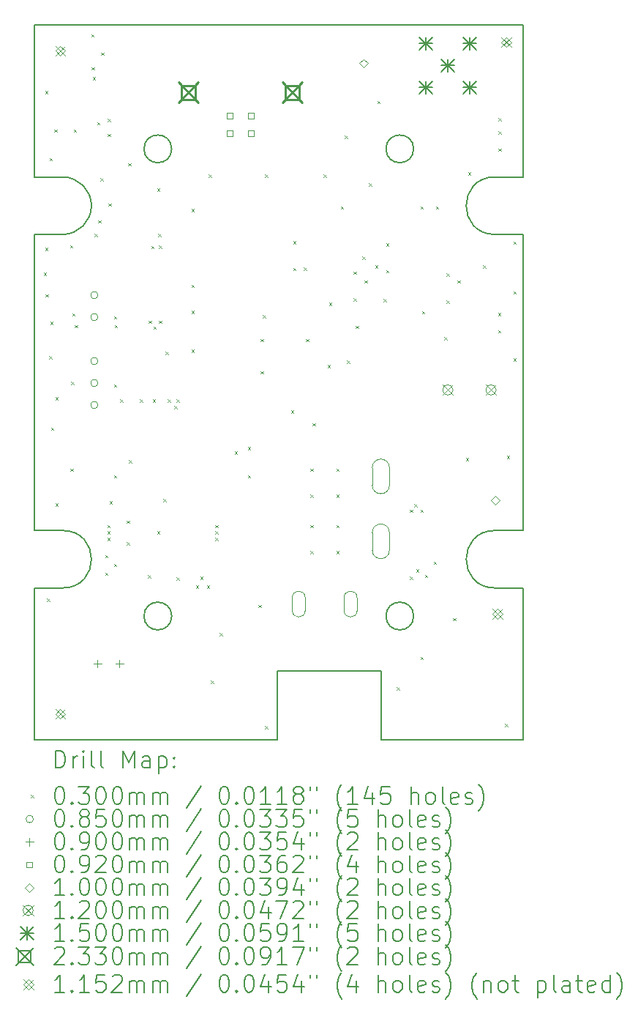
<source format=gbr>
%TF.GenerationSoftware,KiCad,Pcbnew,6.0.8-f2edbf62ab~116~ubuntu20.04.1*%
%TF.CreationDate,2022-11-13T19:06:14-08:00*%
%TF.ProjectId,packaged-amp,7061636b-6167-4656-942d-616d702e6b69,rev?*%
%TF.SameCoordinates,Original*%
%TF.FileFunction,Drillmap*%
%TF.FilePolarity,Positive*%
%FSLAX45Y45*%
G04 Gerber Fmt 4.5, Leading zero omitted, Abs format (unit mm)*
G04 Created by KiCad (PCBNEW 6.0.8-f2edbf62ab~116~ubuntu20.04.1) date 2022-11-13 19:06:14*
%MOMM*%
%LPD*%
G01*
G04 APERTURE LIST*
%ADD10C,0.200000*%
%ADD11C,0.100000*%
%ADD12C,0.030000*%
%ADD13C,0.085000*%
%ADD14C,0.090000*%
%ADD15C,0.092000*%
%ADD16C,0.120000*%
%ADD17C,0.150000*%
%ADD18C,0.233000*%
%ADD19C,0.115200*%
G04 APERTURE END LIST*
D10*
X13250000Y-6405413D02*
X7588875Y-6405413D01*
X13250000Y-8827022D02*
X12919437Y-8827022D01*
D11*
X11175000Y-13025000D02*
X11175000Y-13175000D01*
D10*
X9179437Y-13238511D02*
G75*
G03*
X9179437Y-13238511I-160000J0D01*
G01*
D11*
X11500000Y-11725000D02*
G75*
G03*
X11700000Y-11725000I100000J0D01*
G01*
D10*
X13250000Y-12250000D02*
X13250000Y-8827022D01*
X7588875Y-14671609D02*
X10400000Y-14671609D01*
D11*
X11325000Y-13025000D02*
G75*
G03*
X11175000Y-13025000I-75000J0D01*
G01*
X10725000Y-13025000D02*
X10725000Y-13175000D01*
X11500000Y-11725000D02*
X11500000Y-11525000D01*
D10*
X13250000Y-8163803D02*
X13250000Y-6405413D01*
X12919437Y-12250000D02*
G75*
G03*
X12919437Y-12913218I0J-331609D01*
G01*
X7588875Y-6405413D02*
X7588875Y-8163803D01*
D11*
X11175000Y-13175000D02*
G75*
G03*
X11325000Y-13175000I75000J0D01*
G01*
X11700000Y-12275000D02*
G75*
G03*
X11500000Y-12275000I-100000J0D01*
G01*
D10*
X12919437Y-12250000D02*
X13250000Y-12250000D01*
X13250000Y-12913218D02*
X12919437Y-12913218D01*
X7588875Y-8163803D02*
X7919437Y-8163803D01*
X7588875Y-12913218D02*
X7588875Y-14671609D01*
X10400000Y-13875000D02*
X10400000Y-14671609D01*
X11600000Y-13875000D02*
X11600000Y-14671609D01*
X12919437Y-8163798D02*
G75*
G03*
X12919437Y-8827022I3J-331612D01*
G01*
X7588875Y-12250000D02*
X7919437Y-12250000D01*
X11600000Y-14671609D02*
X13250000Y-14671609D01*
D11*
X11700000Y-11725000D02*
X11700000Y-11525000D01*
X11325000Y-13025000D02*
X11325000Y-13175000D01*
D10*
X7588875Y-8827022D02*
X7588875Y-12250000D01*
D11*
X11700000Y-12475000D02*
X11700000Y-12275000D01*
D10*
X7919437Y-12913218D02*
X7588875Y-12913218D01*
X13250000Y-14671609D02*
X13250000Y-12913218D01*
D11*
X11500000Y-12475000D02*
X11500000Y-12275000D01*
X11500000Y-12475000D02*
G75*
G03*
X11700000Y-12475000I100000J0D01*
G01*
X10725000Y-13025000D02*
G75*
G03*
X10575000Y-13025000I-75000J0D01*
G01*
D10*
X12919437Y-8163803D02*
X13250000Y-8163803D01*
X7919437Y-8827022D02*
X7588875Y-8827022D01*
X11979437Y-7838511D02*
G75*
G03*
X11979437Y-7838511I-160000J0D01*
G01*
X7919437Y-12913218D02*
G75*
G03*
X7919437Y-12250000I0J331609D01*
G01*
X9179437Y-7838511D02*
G75*
G03*
X9179437Y-7838511I-160000J0D01*
G01*
X11600000Y-13875000D02*
X10400000Y-13875000D01*
D11*
X10575000Y-13025000D02*
X10575000Y-13175000D01*
X11700000Y-11525000D02*
G75*
G03*
X11500000Y-11525000I-100000J0D01*
G01*
X10575000Y-13175000D02*
G75*
G03*
X10725000Y-13175000I75000J0D01*
G01*
D10*
X11979437Y-13238511D02*
G75*
G03*
X11979437Y-13238511I-160000J0D01*
G01*
X7919437Y-8827023D02*
G75*
G03*
X7919437Y-8163803I1J331610D01*
G01*
D12*
X7700000Y-9270000D02*
X7730000Y-9300000D01*
X7730000Y-9270000D02*
X7700000Y-9300000D01*
X7715000Y-7170000D02*
X7745000Y-7200000D01*
X7745000Y-7170000D02*
X7715000Y-7200000D01*
X7715000Y-8980000D02*
X7745000Y-9010000D01*
X7745000Y-8980000D02*
X7715000Y-9010000D01*
X7720000Y-9520000D02*
X7750000Y-9550000D01*
X7750000Y-9520000D02*
X7720000Y-9550000D01*
X7735000Y-13035000D02*
X7765000Y-13065000D01*
X7765000Y-13035000D02*
X7735000Y-13065000D01*
X7760000Y-10235000D02*
X7790000Y-10265000D01*
X7790000Y-10235000D02*
X7760000Y-10265000D01*
X7765000Y-7945000D02*
X7795000Y-7975000D01*
X7795000Y-7945000D02*
X7765000Y-7975000D01*
X7775000Y-9835000D02*
X7805000Y-9865000D01*
X7805000Y-9835000D02*
X7775000Y-9865000D01*
X7785000Y-11060000D02*
X7815000Y-11090000D01*
X7815000Y-11060000D02*
X7785000Y-11090000D01*
X7820000Y-7615000D02*
X7850000Y-7645000D01*
X7850000Y-7615000D02*
X7820000Y-7645000D01*
X7835000Y-10710000D02*
X7865000Y-10740000D01*
X7865000Y-10710000D02*
X7835000Y-10740000D01*
X7835000Y-11935000D02*
X7865000Y-11965000D01*
X7865000Y-11935000D02*
X7835000Y-11965000D01*
X8005000Y-8950000D02*
X8035000Y-8980000D01*
X8035000Y-8950000D02*
X8005000Y-8980000D01*
X8010000Y-11535000D02*
X8040000Y-11565000D01*
X8040000Y-11535000D02*
X8010000Y-11565000D01*
X8015000Y-10530000D02*
X8045000Y-10560000D01*
X8045000Y-10530000D02*
X8015000Y-10560000D01*
X8030000Y-9740000D02*
X8060000Y-9770000D01*
X8060000Y-9740000D02*
X8030000Y-9770000D01*
X8045000Y-7615000D02*
X8075000Y-7645000D01*
X8075000Y-7615000D02*
X8045000Y-7645000D01*
X8060000Y-9875000D02*
X8090000Y-9905000D01*
X8090000Y-9875000D02*
X8060000Y-9905000D01*
X8250000Y-6515000D02*
X8280000Y-6545000D01*
X8280000Y-6515000D02*
X8250000Y-6545000D01*
X8255000Y-6895000D02*
X8285000Y-6925000D01*
X8285000Y-6895000D02*
X8255000Y-6925000D01*
X8265000Y-7010000D02*
X8295000Y-7040000D01*
X8295000Y-7010000D02*
X8265000Y-7040000D01*
X8285000Y-8820000D02*
X8315000Y-8850000D01*
X8315000Y-8820000D02*
X8285000Y-8850000D01*
X8315000Y-7530000D02*
X8345000Y-7560000D01*
X8345000Y-7530000D02*
X8315000Y-7560000D01*
X8330000Y-8665000D02*
X8360000Y-8695000D01*
X8360000Y-8665000D02*
X8330000Y-8695000D01*
X8355000Y-8175000D02*
X8385000Y-8205000D01*
X8385000Y-8175000D02*
X8355000Y-8205000D01*
X8365000Y-6725000D02*
X8395000Y-6755000D01*
X8395000Y-6725000D02*
X8365000Y-6755000D01*
X8410000Y-12535000D02*
X8440000Y-12565000D01*
X8440000Y-12535000D02*
X8410000Y-12565000D01*
X8410000Y-12735000D02*
X8440000Y-12765000D01*
X8440000Y-12735000D02*
X8410000Y-12765000D01*
X8435000Y-12185000D02*
X8465000Y-12215000D01*
X8465000Y-12185000D02*
X8435000Y-12215000D01*
X8435000Y-12260000D02*
X8465000Y-12290000D01*
X8465000Y-12260000D02*
X8435000Y-12290000D01*
X8435000Y-12335000D02*
X8465000Y-12365000D01*
X8465000Y-12335000D02*
X8435000Y-12365000D01*
X8440000Y-7490000D02*
X8470000Y-7520000D01*
X8470000Y-7490000D02*
X8440000Y-7520000D01*
X8440000Y-7665000D02*
X8470000Y-7695000D01*
X8470000Y-7665000D02*
X8440000Y-7695000D01*
X8450000Y-8470000D02*
X8480000Y-8500000D01*
X8480000Y-8470000D02*
X8450000Y-8500000D01*
X8460000Y-11910000D02*
X8490000Y-11940000D01*
X8490000Y-11910000D02*
X8460000Y-11940000D01*
X8510000Y-9775000D02*
X8540000Y-9805000D01*
X8540000Y-9775000D02*
X8510000Y-9805000D01*
X8510000Y-10560000D02*
X8540000Y-10590000D01*
X8540000Y-10560000D02*
X8510000Y-10590000D01*
X8510000Y-11610000D02*
X8540000Y-11640000D01*
X8540000Y-11610000D02*
X8510000Y-11640000D01*
X8510000Y-12635000D02*
X8540000Y-12665000D01*
X8540000Y-12635000D02*
X8510000Y-12665000D01*
X8520000Y-9875000D02*
X8550000Y-9905000D01*
X8550000Y-9875000D02*
X8520000Y-9905000D01*
X8585000Y-10735000D02*
X8615000Y-10765000D01*
X8615000Y-10735000D02*
X8585000Y-10765000D01*
X8660000Y-12135000D02*
X8690000Y-12165000D01*
X8690000Y-12135000D02*
X8660000Y-12165000D01*
X8660000Y-12385000D02*
X8690000Y-12415000D01*
X8690000Y-12385000D02*
X8660000Y-12415000D01*
X8675000Y-8005000D02*
X8705000Y-8035000D01*
X8705000Y-8005000D02*
X8675000Y-8035000D01*
X8685000Y-11435000D02*
X8715000Y-11465000D01*
X8715000Y-11435000D02*
X8685000Y-11465000D01*
X8810000Y-10735000D02*
X8840000Y-10765000D01*
X8840000Y-10735000D02*
X8810000Y-10765000D01*
X8905000Y-12765350D02*
X8935000Y-12795350D01*
X8935000Y-12765350D02*
X8905000Y-12795350D01*
X8915000Y-9825000D02*
X8945000Y-9855000D01*
X8945000Y-9825000D02*
X8915000Y-9855000D01*
X8945000Y-8960000D02*
X8975000Y-8990000D01*
X8975000Y-8960000D02*
X8945000Y-8990000D01*
X8960000Y-10735000D02*
X8990000Y-10765000D01*
X8990000Y-10735000D02*
X8960000Y-10765000D01*
X8970000Y-9890000D02*
X9000000Y-9920000D01*
X9000000Y-9890000D02*
X8970000Y-9920000D01*
X9010000Y-8295000D02*
X9040000Y-8325000D01*
X9040000Y-8295000D02*
X9010000Y-8325000D01*
X9010000Y-12260000D02*
X9040000Y-12290000D01*
X9040000Y-12260000D02*
X9010000Y-12290000D01*
X9025000Y-8820000D02*
X9055000Y-8850000D01*
X9055000Y-8820000D02*
X9025000Y-8850000D01*
X9030000Y-8955000D02*
X9060000Y-8985000D01*
X9060000Y-8955000D02*
X9030000Y-8985000D01*
X9030000Y-9825000D02*
X9060000Y-9855000D01*
X9060000Y-9825000D02*
X9030000Y-9855000D01*
X9085000Y-11885000D02*
X9115000Y-11915000D01*
X9115000Y-11885000D02*
X9085000Y-11915000D01*
X9110000Y-10185000D02*
X9140000Y-10215000D01*
X9140000Y-10185000D02*
X9110000Y-10215000D01*
X9135000Y-10735000D02*
X9165000Y-10765000D01*
X9165000Y-10735000D02*
X9135000Y-10765000D01*
X9210000Y-10810000D02*
X9240000Y-10840000D01*
X9240000Y-10810000D02*
X9210000Y-10840000D01*
X9235000Y-10735000D02*
X9265000Y-10765000D01*
X9265000Y-10735000D02*
X9235000Y-10765000D01*
X9235000Y-12790000D02*
X9265000Y-12820000D01*
X9265000Y-12790000D02*
X9235000Y-12820000D01*
X9410000Y-8535000D02*
X9440000Y-8565000D01*
X9440000Y-8535000D02*
X9410000Y-8565000D01*
X9410000Y-9410000D02*
X9440000Y-9440000D01*
X9440000Y-9410000D02*
X9410000Y-9440000D01*
X9410000Y-9710000D02*
X9440000Y-9740000D01*
X9440000Y-9710000D02*
X9410000Y-9740000D01*
X9410000Y-10160000D02*
X9440000Y-10190000D01*
X9440000Y-10160000D02*
X9410000Y-10190000D01*
X9460000Y-12885000D02*
X9490000Y-12915000D01*
X9490000Y-12885000D02*
X9460000Y-12915000D01*
X9510000Y-12785000D02*
X9540000Y-12815000D01*
X9540000Y-12785000D02*
X9510000Y-12815000D01*
X9585000Y-12885000D02*
X9615000Y-12915000D01*
X9615000Y-12885000D02*
X9585000Y-12915000D01*
X9610000Y-8135000D02*
X9640000Y-8165000D01*
X9640000Y-8135000D02*
X9610000Y-8165000D01*
X9635000Y-13985000D02*
X9665000Y-14015000D01*
X9665000Y-13985000D02*
X9635000Y-14015000D01*
X9685000Y-12185000D02*
X9715000Y-12215000D01*
X9715000Y-12185000D02*
X9685000Y-12215000D01*
X9685000Y-12260000D02*
X9715000Y-12290000D01*
X9715000Y-12260000D02*
X9685000Y-12290000D01*
X9685000Y-12335000D02*
X9715000Y-12365000D01*
X9715000Y-12335000D02*
X9685000Y-12365000D01*
X9735000Y-13435000D02*
X9765000Y-13465000D01*
X9765000Y-13435000D02*
X9735000Y-13465000D01*
X9910000Y-11335000D02*
X9940000Y-11365000D01*
X9940000Y-11335000D02*
X9910000Y-11365000D01*
X10060000Y-11285000D02*
X10090000Y-11315000D01*
X10090000Y-11285000D02*
X10060000Y-11315000D01*
X10060000Y-11610000D02*
X10090000Y-11640000D01*
X10090000Y-11610000D02*
X10060000Y-11640000D01*
X10185000Y-13110000D02*
X10215000Y-13140000D01*
X10215000Y-13110000D02*
X10185000Y-13140000D01*
X10210000Y-10035000D02*
X10240000Y-10065000D01*
X10240000Y-10035000D02*
X10210000Y-10065000D01*
X10210000Y-10410000D02*
X10240000Y-10440000D01*
X10240000Y-10410000D02*
X10210000Y-10440000D01*
X10235000Y-9760000D02*
X10265000Y-9790000D01*
X10265000Y-9760000D02*
X10235000Y-9790000D01*
X10260000Y-8135000D02*
X10290000Y-8165000D01*
X10290000Y-8135000D02*
X10260000Y-8165000D01*
X10260000Y-14510000D02*
X10290000Y-14540000D01*
X10290000Y-14510000D02*
X10260000Y-14540000D01*
X10560000Y-10860000D02*
X10590000Y-10890000D01*
X10590000Y-10860000D02*
X10560000Y-10890000D01*
X10585000Y-8905000D02*
X10615000Y-8935000D01*
X10615000Y-8905000D02*
X10585000Y-8935000D01*
X10585000Y-9215000D02*
X10615000Y-9245000D01*
X10615000Y-9215000D02*
X10585000Y-9245000D01*
X10710000Y-9210000D02*
X10740000Y-9240000D01*
X10740000Y-9210000D02*
X10710000Y-9240000D01*
X10735000Y-10035000D02*
X10765000Y-10065000D01*
X10765000Y-10035000D02*
X10735000Y-10065000D01*
X10785000Y-11535000D02*
X10815000Y-11565000D01*
X10815000Y-11535000D02*
X10785000Y-11565000D01*
X10785000Y-11835000D02*
X10815000Y-11865000D01*
X10815000Y-11835000D02*
X10785000Y-11865000D01*
X10785000Y-12185000D02*
X10815000Y-12215000D01*
X10815000Y-12185000D02*
X10785000Y-12215000D01*
X10785000Y-12485000D02*
X10815000Y-12515000D01*
X10815000Y-12485000D02*
X10785000Y-12515000D01*
X10810000Y-11010000D02*
X10840000Y-11040000D01*
X10840000Y-11010000D02*
X10810000Y-11040000D01*
X10935000Y-8135000D02*
X10965000Y-8165000D01*
X10965000Y-8135000D02*
X10935000Y-8165000D01*
X10985000Y-10335000D02*
X11015000Y-10365000D01*
X11015000Y-10335000D02*
X10985000Y-10365000D01*
X11000000Y-9615000D02*
X11030000Y-9645000D01*
X11030000Y-9615000D02*
X11000000Y-9645000D01*
X11085000Y-11535000D02*
X11115000Y-11565000D01*
X11115000Y-11535000D02*
X11085000Y-11565000D01*
X11085000Y-11835000D02*
X11115000Y-11865000D01*
X11115000Y-11835000D02*
X11085000Y-11865000D01*
X11085000Y-12185000D02*
X11115000Y-12215000D01*
X11115000Y-12185000D02*
X11085000Y-12215000D01*
X11085000Y-12485000D02*
X11115000Y-12515000D01*
X11115000Y-12485000D02*
X11085000Y-12515000D01*
X11135000Y-8505000D02*
X11165000Y-8535000D01*
X11165000Y-8505000D02*
X11135000Y-8535000D01*
X11185000Y-7685000D02*
X11215000Y-7715000D01*
X11215000Y-7685000D02*
X11185000Y-7715000D01*
X11210000Y-10285000D02*
X11240000Y-10315000D01*
X11240000Y-10285000D02*
X11210000Y-10315000D01*
X11285000Y-9255000D02*
X11315000Y-9285000D01*
X11315000Y-9255000D02*
X11285000Y-9285000D01*
X11285000Y-9565000D02*
X11315000Y-9595000D01*
X11315000Y-9565000D02*
X11285000Y-9595000D01*
X11310000Y-9885000D02*
X11340000Y-9915000D01*
X11340000Y-9885000D02*
X11310000Y-9915000D01*
X11385000Y-9085000D02*
X11415000Y-9115000D01*
X11415000Y-9085000D02*
X11385000Y-9115000D01*
X11410000Y-9360000D02*
X11440000Y-9390000D01*
X11440000Y-9360000D02*
X11410000Y-9390000D01*
X11460000Y-8235000D02*
X11490000Y-8265000D01*
X11490000Y-8235000D02*
X11460000Y-8265000D01*
X11535000Y-9185000D02*
X11565000Y-9215000D01*
X11565000Y-9185000D02*
X11535000Y-9215000D01*
X11560000Y-7285000D02*
X11590000Y-7315000D01*
X11590000Y-7285000D02*
X11560000Y-7315000D01*
X11630000Y-9575000D02*
X11660000Y-9605000D01*
X11660000Y-9575000D02*
X11630000Y-9605000D01*
X11660000Y-8930000D02*
X11690000Y-8960000D01*
X11690000Y-8930000D02*
X11660000Y-8960000D01*
X11660000Y-9240000D02*
X11690000Y-9270000D01*
X11690000Y-9240000D02*
X11660000Y-9270000D01*
X11785000Y-14060000D02*
X11815000Y-14090000D01*
X11815000Y-14060000D02*
X11785000Y-14090000D01*
X11935000Y-12010000D02*
X11965000Y-12040000D01*
X11965000Y-12010000D02*
X11935000Y-12040000D01*
X11935000Y-12785000D02*
X11965000Y-12815000D01*
X11965000Y-12785000D02*
X11935000Y-12815000D01*
X11985000Y-11945000D02*
X12015000Y-11975000D01*
X12015000Y-11945000D02*
X11985000Y-11975000D01*
X12010000Y-12700000D02*
X12040000Y-12730000D01*
X12040000Y-12700000D02*
X12010000Y-12730000D01*
X12060000Y-8505000D02*
X12090000Y-8535000D01*
X12090000Y-8505000D02*
X12060000Y-8535000D01*
X12060000Y-12010000D02*
X12090000Y-12040000D01*
X12090000Y-12010000D02*
X12060000Y-12040000D01*
X12060000Y-13710000D02*
X12090000Y-13740000D01*
X12090000Y-13710000D02*
X12060000Y-13740000D01*
X12075000Y-9715000D02*
X12105000Y-9745000D01*
X12105000Y-9715000D02*
X12075000Y-9745000D01*
X12110000Y-12760000D02*
X12140000Y-12790000D01*
X12140000Y-12760000D02*
X12110000Y-12790000D01*
X12210000Y-12610000D02*
X12240000Y-12640000D01*
X12240000Y-12610000D02*
X12210000Y-12640000D01*
X12235000Y-8505000D02*
X12265000Y-8535000D01*
X12265000Y-8505000D02*
X12235000Y-8535000D01*
X12335000Y-10015000D02*
X12365000Y-10045000D01*
X12365000Y-10015000D02*
X12335000Y-10045000D01*
X12360000Y-9280000D02*
X12390000Y-9310000D01*
X12390000Y-9280000D02*
X12360000Y-9310000D01*
X12360000Y-9590000D02*
X12390000Y-9620000D01*
X12390000Y-9590000D02*
X12360000Y-9620000D01*
X12435000Y-13260000D02*
X12465000Y-13290000D01*
X12465000Y-13260000D02*
X12435000Y-13290000D01*
X12485000Y-9360000D02*
X12515000Y-9390000D01*
X12515000Y-9360000D02*
X12485000Y-9390000D01*
X12585000Y-11410000D02*
X12615000Y-11440000D01*
X12615000Y-11410000D02*
X12585000Y-11440000D01*
X12610000Y-8110000D02*
X12640000Y-8140000D01*
X12640000Y-8110000D02*
X12610000Y-8140000D01*
X12785000Y-9185000D02*
X12815000Y-9215000D01*
X12815000Y-9185000D02*
X12785000Y-9215000D01*
X12955000Y-9735000D02*
X12985000Y-9765000D01*
X12985000Y-9735000D02*
X12955000Y-9765000D01*
X12955000Y-9935000D02*
X12985000Y-9965000D01*
X12985000Y-9935000D02*
X12955000Y-9965000D01*
X12960000Y-7485000D02*
X12990000Y-7515000D01*
X12990000Y-7485000D02*
X12960000Y-7515000D01*
X12960000Y-7635000D02*
X12990000Y-7665000D01*
X12990000Y-7635000D02*
X12960000Y-7665000D01*
X12960000Y-7835000D02*
X12990000Y-7865000D01*
X12990000Y-7835000D02*
X12960000Y-7865000D01*
X13035000Y-14485000D02*
X13065000Y-14515000D01*
X13065000Y-14485000D02*
X13035000Y-14515000D01*
X13060000Y-11385000D02*
X13090000Y-11415000D01*
X13090000Y-11385000D02*
X13060000Y-11415000D01*
X13135000Y-8910000D02*
X13165000Y-8940000D01*
X13165000Y-8910000D02*
X13135000Y-8940000D01*
X13135000Y-9485000D02*
X13165000Y-9515000D01*
X13165000Y-9485000D02*
X13135000Y-9515000D01*
X13135000Y-10260000D02*
X13165000Y-10290000D01*
X13165000Y-10260000D02*
X13135000Y-10290000D01*
D13*
X8327500Y-9529000D02*
G75*
G03*
X8327500Y-9529000I-42500J0D01*
G01*
X8327500Y-9783000D02*
G75*
G03*
X8327500Y-9783000I-42500J0D01*
G01*
X8327500Y-10291000D02*
G75*
G03*
X8327500Y-10291000I-42500J0D01*
G01*
X8327500Y-10545000D02*
G75*
G03*
X8327500Y-10545000I-42500J0D01*
G01*
X8327500Y-10799000D02*
G75*
G03*
X8327500Y-10799000I-42500J0D01*
G01*
D14*
X8323000Y-13745000D02*
X8323000Y-13835000D01*
X8278000Y-13790000D02*
X8368000Y-13790000D01*
X8577000Y-13745000D02*
X8577000Y-13835000D01*
X8532000Y-13790000D02*
X8622000Y-13790000D01*
D15*
X9882527Y-7490277D02*
X9882527Y-7425223D01*
X9817473Y-7425223D01*
X9817473Y-7490277D01*
X9882527Y-7490277D01*
X9882527Y-7690277D02*
X9882527Y-7625223D01*
X9817473Y-7625223D01*
X9817473Y-7690277D01*
X9882527Y-7690277D01*
X10132527Y-7490277D02*
X10132527Y-7425223D01*
X10067473Y-7425223D01*
X10067473Y-7490277D01*
X10132527Y-7490277D01*
X10132527Y-7690277D02*
X10132527Y-7625223D01*
X10067473Y-7625223D01*
X10067473Y-7690277D01*
X10132527Y-7690277D01*
D11*
X11400000Y-6900000D02*
X11450000Y-6850000D01*
X11400000Y-6800000D01*
X11350000Y-6850000D01*
X11400000Y-6900000D01*
X12925000Y-11950000D02*
X12975000Y-11900000D01*
X12925000Y-11850000D01*
X12875000Y-11900000D01*
X12925000Y-11950000D01*
D16*
X12315000Y-10565000D02*
X12435000Y-10685000D01*
X12435000Y-10565000D02*
X12315000Y-10685000D01*
X12435000Y-10625000D02*
G75*
G03*
X12435000Y-10625000I-60000J0D01*
G01*
X12815000Y-10565000D02*
X12935000Y-10685000D01*
X12935000Y-10565000D02*
X12815000Y-10685000D01*
X12935000Y-10625000D02*
G75*
G03*
X12935000Y-10625000I-60000J0D01*
G01*
D17*
X12046000Y-6546000D02*
X12196000Y-6696000D01*
X12196000Y-6546000D02*
X12046000Y-6696000D01*
X12121000Y-6546000D02*
X12121000Y-6696000D01*
X12046000Y-6621000D02*
X12196000Y-6621000D01*
X12046000Y-7054000D02*
X12196000Y-7204000D01*
X12196000Y-7054000D02*
X12046000Y-7204000D01*
X12121000Y-7054000D02*
X12121000Y-7204000D01*
X12046000Y-7129000D02*
X12196000Y-7129000D01*
X12300000Y-6800000D02*
X12450000Y-6950000D01*
X12450000Y-6800000D02*
X12300000Y-6950000D01*
X12375000Y-6800000D02*
X12375000Y-6950000D01*
X12300000Y-6875000D02*
X12450000Y-6875000D01*
X12554000Y-6546000D02*
X12704000Y-6696000D01*
X12704000Y-6546000D02*
X12554000Y-6696000D01*
X12629000Y-6546000D02*
X12629000Y-6696000D01*
X12554000Y-6621000D02*
X12704000Y-6621000D01*
X12554000Y-7054000D02*
X12704000Y-7204000D01*
X12704000Y-7054000D02*
X12554000Y-7204000D01*
X12629000Y-7054000D02*
X12629000Y-7204000D01*
X12554000Y-7129000D02*
X12704000Y-7129000D01*
D18*
X9256500Y-7070250D02*
X9489500Y-7303250D01*
X9489500Y-7070250D02*
X9256500Y-7303250D01*
X9455379Y-7269129D02*
X9455379Y-7104371D01*
X9290621Y-7104371D01*
X9290621Y-7269129D01*
X9455379Y-7269129D01*
X10460500Y-7070250D02*
X10693500Y-7303250D01*
X10693500Y-7070250D02*
X10460500Y-7303250D01*
X10659379Y-7269129D02*
X10659379Y-7104371D01*
X10494621Y-7104371D01*
X10494621Y-7269129D01*
X10659379Y-7269129D01*
D19*
X7832400Y-6647400D02*
X7947600Y-6762600D01*
X7947600Y-6647400D02*
X7832400Y-6762600D01*
X7890000Y-6762600D02*
X7947600Y-6705000D01*
X7890000Y-6647400D01*
X7832400Y-6705000D01*
X7890000Y-6762600D01*
X7832400Y-14312400D02*
X7947600Y-14427600D01*
X7947600Y-14312400D02*
X7832400Y-14427600D01*
X7890000Y-14427600D02*
X7947600Y-14370000D01*
X7890000Y-14312400D01*
X7832400Y-14370000D01*
X7890000Y-14427600D01*
X12892400Y-13157400D02*
X13007600Y-13272600D01*
X13007600Y-13157400D02*
X12892400Y-13272600D01*
X12950000Y-13272600D02*
X13007600Y-13215000D01*
X12950000Y-13157400D01*
X12892400Y-13215000D01*
X12950000Y-13272600D01*
X12992400Y-6547400D02*
X13107600Y-6662600D01*
X13107600Y-6547400D02*
X12992400Y-6662600D01*
X13050000Y-6662600D02*
X13107600Y-6605000D01*
X13050000Y-6547400D01*
X12992400Y-6605000D01*
X13050000Y-6662600D01*
D10*
X7836494Y-14992085D02*
X7836494Y-14792085D01*
X7884113Y-14792085D01*
X7912684Y-14801609D01*
X7931732Y-14820657D01*
X7941256Y-14839704D01*
X7950779Y-14877799D01*
X7950779Y-14906371D01*
X7941256Y-14944466D01*
X7931732Y-14963514D01*
X7912684Y-14982561D01*
X7884113Y-14992085D01*
X7836494Y-14992085D01*
X8036494Y-14992085D02*
X8036494Y-14858752D01*
X8036494Y-14896847D02*
X8046017Y-14877799D01*
X8055541Y-14868276D01*
X8074589Y-14858752D01*
X8093637Y-14858752D01*
X8160303Y-14992085D02*
X8160303Y-14858752D01*
X8160303Y-14792085D02*
X8150779Y-14801609D01*
X8160303Y-14811133D01*
X8169827Y-14801609D01*
X8160303Y-14792085D01*
X8160303Y-14811133D01*
X8284113Y-14992085D02*
X8265065Y-14982561D01*
X8255541Y-14963514D01*
X8255541Y-14792085D01*
X8388875Y-14992085D02*
X8369827Y-14982561D01*
X8360303Y-14963514D01*
X8360303Y-14792085D01*
X8617446Y-14992085D02*
X8617446Y-14792085D01*
X8684113Y-14934942D01*
X8750779Y-14792085D01*
X8750779Y-14992085D01*
X8931732Y-14992085D02*
X8931732Y-14887323D01*
X8922208Y-14868276D01*
X8903160Y-14858752D01*
X8865065Y-14858752D01*
X8846018Y-14868276D01*
X8931732Y-14982561D02*
X8912684Y-14992085D01*
X8865065Y-14992085D01*
X8846018Y-14982561D01*
X8836494Y-14963514D01*
X8836494Y-14944466D01*
X8846018Y-14925419D01*
X8865065Y-14915895D01*
X8912684Y-14915895D01*
X8931732Y-14906371D01*
X9026970Y-14858752D02*
X9026970Y-15058752D01*
X9026970Y-14868276D02*
X9046018Y-14858752D01*
X9084113Y-14858752D01*
X9103160Y-14868276D01*
X9112684Y-14877799D01*
X9122208Y-14896847D01*
X9122208Y-14953990D01*
X9112684Y-14973038D01*
X9103160Y-14982561D01*
X9084113Y-14992085D01*
X9046018Y-14992085D01*
X9026970Y-14982561D01*
X9207922Y-14973038D02*
X9217446Y-14982561D01*
X9207922Y-14992085D01*
X9198399Y-14982561D01*
X9207922Y-14973038D01*
X9207922Y-14992085D01*
X9207922Y-14868276D02*
X9217446Y-14877799D01*
X9207922Y-14887323D01*
X9198399Y-14877799D01*
X9207922Y-14868276D01*
X9207922Y-14887323D01*
D12*
X7548875Y-15306609D02*
X7578875Y-15336609D01*
X7578875Y-15306609D02*
X7548875Y-15336609D01*
D10*
X7874589Y-15212085D02*
X7893637Y-15212085D01*
X7912684Y-15221609D01*
X7922208Y-15231133D01*
X7931732Y-15250180D01*
X7941256Y-15288276D01*
X7941256Y-15335895D01*
X7931732Y-15373990D01*
X7922208Y-15393038D01*
X7912684Y-15402561D01*
X7893637Y-15412085D01*
X7874589Y-15412085D01*
X7855541Y-15402561D01*
X7846017Y-15393038D01*
X7836494Y-15373990D01*
X7826970Y-15335895D01*
X7826970Y-15288276D01*
X7836494Y-15250180D01*
X7846017Y-15231133D01*
X7855541Y-15221609D01*
X7874589Y-15212085D01*
X8026970Y-15393038D02*
X8036494Y-15402561D01*
X8026970Y-15412085D01*
X8017446Y-15402561D01*
X8026970Y-15393038D01*
X8026970Y-15412085D01*
X8103160Y-15212085D02*
X8226970Y-15212085D01*
X8160303Y-15288276D01*
X8188875Y-15288276D01*
X8207922Y-15297799D01*
X8217446Y-15307323D01*
X8226970Y-15326371D01*
X8226970Y-15373990D01*
X8217446Y-15393038D01*
X8207922Y-15402561D01*
X8188875Y-15412085D01*
X8131732Y-15412085D01*
X8112684Y-15402561D01*
X8103160Y-15393038D01*
X8350779Y-15212085D02*
X8369827Y-15212085D01*
X8388875Y-15221609D01*
X8398399Y-15231133D01*
X8407922Y-15250180D01*
X8417446Y-15288276D01*
X8417446Y-15335895D01*
X8407922Y-15373990D01*
X8398399Y-15393038D01*
X8388875Y-15402561D01*
X8369827Y-15412085D01*
X8350779Y-15412085D01*
X8331732Y-15402561D01*
X8322208Y-15393038D01*
X8312684Y-15373990D01*
X8303160Y-15335895D01*
X8303160Y-15288276D01*
X8312684Y-15250180D01*
X8322208Y-15231133D01*
X8331732Y-15221609D01*
X8350779Y-15212085D01*
X8541256Y-15212085D02*
X8560303Y-15212085D01*
X8579351Y-15221609D01*
X8588875Y-15231133D01*
X8598399Y-15250180D01*
X8607922Y-15288276D01*
X8607922Y-15335895D01*
X8598399Y-15373990D01*
X8588875Y-15393038D01*
X8579351Y-15402561D01*
X8560303Y-15412085D01*
X8541256Y-15412085D01*
X8522208Y-15402561D01*
X8512684Y-15393038D01*
X8503160Y-15373990D01*
X8493637Y-15335895D01*
X8493637Y-15288276D01*
X8503160Y-15250180D01*
X8512684Y-15231133D01*
X8522208Y-15221609D01*
X8541256Y-15212085D01*
X8693637Y-15412085D02*
X8693637Y-15278752D01*
X8693637Y-15297799D02*
X8703160Y-15288276D01*
X8722208Y-15278752D01*
X8750779Y-15278752D01*
X8769827Y-15288276D01*
X8779351Y-15307323D01*
X8779351Y-15412085D01*
X8779351Y-15307323D02*
X8788875Y-15288276D01*
X8807922Y-15278752D01*
X8836494Y-15278752D01*
X8855541Y-15288276D01*
X8865065Y-15307323D01*
X8865065Y-15412085D01*
X8960303Y-15412085D02*
X8960303Y-15278752D01*
X8960303Y-15297799D02*
X8969827Y-15288276D01*
X8988875Y-15278752D01*
X9017446Y-15278752D01*
X9036494Y-15288276D01*
X9046018Y-15307323D01*
X9046018Y-15412085D01*
X9046018Y-15307323D02*
X9055541Y-15288276D01*
X9074589Y-15278752D01*
X9103160Y-15278752D01*
X9122208Y-15288276D01*
X9131732Y-15307323D01*
X9131732Y-15412085D01*
X9522208Y-15202561D02*
X9350779Y-15459704D01*
X9779351Y-15212085D02*
X9798399Y-15212085D01*
X9817446Y-15221609D01*
X9826970Y-15231133D01*
X9836494Y-15250180D01*
X9846018Y-15288276D01*
X9846018Y-15335895D01*
X9836494Y-15373990D01*
X9826970Y-15393038D01*
X9817446Y-15402561D01*
X9798399Y-15412085D01*
X9779351Y-15412085D01*
X9760303Y-15402561D01*
X9750779Y-15393038D01*
X9741256Y-15373990D01*
X9731732Y-15335895D01*
X9731732Y-15288276D01*
X9741256Y-15250180D01*
X9750779Y-15231133D01*
X9760303Y-15221609D01*
X9779351Y-15212085D01*
X9931732Y-15393038D02*
X9941256Y-15402561D01*
X9931732Y-15412085D01*
X9922208Y-15402561D01*
X9931732Y-15393038D01*
X9931732Y-15412085D01*
X10065065Y-15212085D02*
X10084113Y-15212085D01*
X10103160Y-15221609D01*
X10112684Y-15231133D01*
X10122208Y-15250180D01*
X10131732Y-15288276D01*
X10131732Y-15335895D01*
X10122208Y-15373990D01*
X10112684Y-15393038D01*
X10103160Y-15402561D01*
X10084113Y-15412085D01*
X10065065Y-15412085D01*
X10046018Y-15402561D01*
X10036494Y-15393038D01*
X10026970Y-15373990D01*
X10017446Y-15335895D01*
X10017446Y-15288276D01*
X10026970Y-15250180D01*
X10036494Y-15231133D01*
X10046018Y-15221609D01*
X10065065Y-15212085D01*
X10322208Y-15412085D02*
X10207922Y-15412085D01*
X10265065Y-15412085D02*
X10265065Y-15212085D01*
X10246018Y-15240657D01*
X10226970Y-15259704D01*
X10207922Y-15269228D01*
X10512684Y-15412085D02*
X10398399Y-15412085D01*
X10455541Y-15412085D02*
X10455541Y-15212085D01*
X10436494Y-15240657D01*
X10417446Y-15259704D01*
X10398399Y-15269228D01*
X10626970Y-15297799D02*
X10607922Y-15288276D01*
X10598399Y-15278752D01*
X10588875Y-15259704D01*
X10588875Y-15250180D01*
X10598399Y-15231133D01*
X10607922Y-15221609D01*
X10626970Y-15212085D01*
X10665065Y-15212085D01*
X10684113Y-15221609D01*
X10693637Y-15231133D01*
X10703160Y-15250180D01*
X10703160Y-15259704D01*
X10693637Y-15278752D01*
X10684113Y-15288276D01*
X10665065Y-15297799D01*
X10626970Y-15297799D01*
X10607922Y-15307323D01*
X10598399Y-15316847D01*
X10588875Y-15335895D01*
X10588875Y-15373990D01*
X10598399Y-15393038D01*
X10607922Y-15402561D01*
X10626970Y-15412085D01*
X10665065Y-15412085D01*
X10684113Y-15402561D01*
X10693637Y-15393038D01*
X10703160Y-15373990D01*
X10703160Y-15335895D01*
X10693637Y-15316847D01*
X10684113Y-15307323D01*
X10665065Y-15297799D01*
X10779351Y-15212085D02*
X10779351Y-15250180D01*
X10855541Y-15212085D02*
X10855541Y-15250180D01*
X11150779Y-15488276D02*
X11141256Y-15478752D01*
X11122208Y-15450180D01*
X11112684Y-15431133D01*
X11103160Y-15402561D01*
X11093637Y-15354942D01*
X11093637Y-15316847D01*
X11103160Y-15269228D01*
X11112684Y-15240657D01*
X11122208Y-15221609D01*
X11141256Y-15193038D01*
X11150779Y-15183514D01*
X11331732Y-15412085D02*
X11217446Y-15412085D01*
X11274589Y-15412085D02*
X11274589Y-15212085D01*
X11255541Y-15240657D01*
X11236494Y-15259704D01*
X11217446Y-15269228D01*
X11503160Y-15278752D02*
X11503160Y-15412085D01*
X11455541Y-15202561D02*
X11407922Y-15345419D01*
X11531732Y-15345419D01*
X11703160Y-15212085D02*
X11607922Y-15212085D01*
X11598398Y-15307323D01*
X11607922Y-15297799D01*
X11626970Y-15288276D01*
X11674589Y-15288276D01*
X11693637Y-15297799D01*
X11703160Y-15307323D01*
X11712684Y-15326371D01*
X11712684Y-15373990D01*
X11703160Y-15393038D01*
X11693637Y-15402561D01*
X11674589Y-15412085D01*
X11626970Y-15412085D01*
X11607922Y-15402561D01*
X11598398Y-15393038D01*
X11950779Y-15412085D02*
X11950779Y-15212085D01*
X12036494Y-15412085D02*
X12036494Y-15307323D01*
X12026970Y-15288276D01*
X12007922Y-15278752D01*
X11979351Y-15278752D01*
X11960303Y-15288276D01*
X11950779Y-15297799D01*
X12160303Y-15412085D02*
X12141256Y-15402561D01*
X12131732Y-15393038D01*
X12122208Y-15373990D01*
X12122208Y-15316847D01*
X12131732Y-15297799D01*
X12141256Y-15288276D01*
X12160303Y-15278752D01*
X12188875Y-15278752D01*
X12207922Y-15288276D01*
X12217446Y-15297799D01*
X12226970Y-15316847D01*
X12226970Y-15373990D01*
X12217446Y-15393038D01*
X12207922Y-15402561D01*
X12188875Y-15412085D01*
X12160303Y-15412085D01*
X12341256Y-15412085D02*
X12322208Y-15402561D01*
X12312684Y-15383514D01*
X12312684Y-15212085D01*
X12493637Y-15402561D02*
X12474589Y-15412085D01*
X12436494Y-15412085D01*
X12417446Y-15402561D01*
X12407922Y-15383514D01*
X12407922Y-15307323D01*
X12417446Y-15288276D01*
X12436494Y-15278752D01*
X12474589Y-15278752D01*
X12493637Y-15288276D01*
X12503160Y-15307323D01*
X12503160Y-15326371D01*
X12407922Y-15345419D01*
X12579351Y-15402561D02*
X12598398Y-15412085D01*
X12636494Y-15412085D01*
X12655541Y-15402561D01*
X12665065Y-15383514D01*
X12665065Y-15373990D01*
X12655541Y-15354942D01*
X12636494Y-15345419D01*
X12607922Y-15345419D01*
X12588875Y-15335895D01*
X12579351Y-15316847D01*
X12579351Y-15307323D01*
X12588875Y-15288276D01*
X12607922Y-15278752D01*
X12636494Y-15278752D01*
X12655541Y-15288276D01*
X12731732Y-15488276D02*
X12741256Y-15478752D01*
X12760303Y-15450180D01*
X12769827Y-15431133D01*
X12779351Y-15402561D01*
X12788875Y-15354942D01*
X12788875Y-15316847D01*
X12779351Y-15269228D01*
X12769827Y-15240657D01*
X12760303Y-15221609D01*
X12741256Y-15193038D01*
X12731732Y-15183514D01*
D13*
X7578875Y-15585609D02*
G75*
G03*
X7578875Y-15585609I-42500J0D01*
G01*
D10*
X7874589Y-15476085D02*
X7893637Y-15476085D01*
X7912684Y-15485609D01*
X7922208Y-15495133D01*
X7931732Y-15514180D01*
X7941256Y-15552276D01*
X7941256Y-15599895D01*
X7931732Y-15637990D01*
X7922208Y-15657038D01*
X7912684Y-15666561D01*
X7893637Y-15676085D01*
X7874589Y-15676085D01*
X7855541Y-15666561D01*
X7846017Y-15657038D01*
X7836494Y-15637990D01*
X7826970Y-15599895D01*
X7826970Y-15552276D01*
X7836494Y-15514180D01*
X7846017Y-15495133D01*
X7855541Y-15485609D01*
X7874589Y-15476085D01*
X8026970Y-15657038D02*
X8036494Y-15666561D01*
X8026970Y-15676085D01*
X8017446Y-15666561D01*
X8026970Y-15657038D01*
X8026970Y-15676085D01*
X8150779Y-15561799D02*
X8131732Y-15552276D01*
X8122208Y-15542752D01*
X8112684Y-15523704D01*
X8112684Y-15514180D01*
X8122208Y-15495133D01*
X8131732Y-15485609D01*
X8150779Y-15476085D01*
X8188875Y-15476085D01*
X8207922Y-15485609D01*
X8217446Y-15495133D01*
X8226970Y-15514180D01*
X8226970Y-15523704D01*
X8217446Y-15542752D01*
X8207922Y-15552276D01*
X8188875Y-15561799D01*
X8150779Y-15561799D01*
X8131732Y-15571323D01*
X8122208Y-15580847D01*
X8112684Y-15599895D01*
X8112684Y-15637990D01*
X8122208Y-15657038D01*
X8131732Y-15666561D01*
X8150779Y-15676085D01*
X8188875Y-15676085D01*
X8207922Y-15666561D01*
X8217446Y-15657038D01*
X8226970Y-15637990D01*
X8226970Y-15599895D01*
X8217446Y-15580847D01*
X8207922Y-15571323D01*
X8188875Y-15561799D01*
X8407922Y-15476085D02*
X8312684Y-15476085D01*
X8303160Y-15571323D01*
X8312684Y-15561799D01*
X8331732Y-15552276D01*
X8379351Y-15552276D01*
X8398399Y-15561799D01*
X8407922Y-15571323D01*
X8417446Y-15590371D01*
X8417446Y-15637990D01*
X8407922Y-15657038D01*
X8398399Y-15666561D01*
X8379351Y-15676085D01*
X8331732Y-15676085D01*
X8312684Y-15666561D01*
X8303160Y-15657038D01*
X8541256Y-15476085D02*
X8560303Y-15476085D01*
X8579351Y-15485609D01*
X8588875Y-15495133D01*
X8598399Y-15514180D01*
X8607922Y-15552276D01*
X8607922Y-15599895D01*
X8598399Y-15637990D01*
X8588875Y-15657038D01*
X8579351Y-15666561D01*
X8560303Y-15676085D01*
X8541256Y-15676085D01*
X8522208Y-15666561D01*
X8512684Y-15657038D01*
X8503160Y-15637990D01*
X8493637Y-15599895D01*
X8493637Y-15552276D01*
X8503160Y-15514180D01*
X8512684Y-15495133D01*
X8522208Y-15485609D01*
X8541256Y-15476085D01*
X8693637Y-15676085D02*
X8693637Y-15542752D01*
X8693637Y-15561799D02*
X8703160Y-15552276D01*
X8722208Y-15542752D01*
X8750779Y-15542752D01*
X8769827Y-15552276D01*
X8779351Y-15571323D01*
X8779351Y-15676085D01*
X8779351Y-15571323D02*
X8788875Y-15552276D01*
X8807922Y-15542752D01*
X8836494Y-15542752D01*
X8855541Y-15552276D01*
X8865065Y-15571323D01*
X8865065Y-15676085D01*
X8960303Y-15676085D02*
X8960303Y-15542752D01*
X8960303Y-15561799D02*
X8969827Y-15552276D01*
X8988875Y-15542752D01*
X9017446Y-15542752D01*
X9036494Y-15552276D01*
X9046018Y-15571323D01*
X9046018Y-15676085D01*
X9046018Y-15571323D02*
X9055541Y-15552276D01*
X9074589Y-15542752D01*
X9103160Y-15542752D01*
X9122208Y-15552276D01*
X9131732Y-15571323D01*
X9131732Y-15676085D01*
X9522208Y-15466561D02*
X9350779Y-15723704D01*
X9779351Y-15476085D02*
X9798399Y-15476085D01*
X9817446Y-15485609D01*
X9826970Y-15495133D01*
X9836494Y-15514180D01*
X9846018Y-15552276D01*
X9846018Y-15599895D01*
X9836494Y-15637990D01*
X9826970Y-15657038D01*
X9817446Y-15666561D01*
X9798399Y-15676085D01*
X9779351Y-15676085D01*
X9760303Y-15666561D01*
X9750779Y-15657038D01*
X9741256Y-15637990D01*
X9731732Y-15599895D01*
X9731732Y-15552276D01*
X9741256Y-15514180D01*
X9750779Y-15495133D01*
X9760303Y-15485609D01*
X9779351Y-15476085D01*
X9931732Y-15657038D02*
X9941256Y-15666561D01*
X9931732Y-15676085D01*
X9922208Y-15666561D01*
X9931732Y-15657038D01*
X9931732Y-15676085D01*
X10065065Y-15476085D02*
X10084113Y-15476085D01*
X10103160Y-15485609D01*
X10112684Y-15495133D01*
X10122208Y-15514180D01*
X10131732Y-15552276D01*
X10131732Y-15599895D01*
X10122208Y-15637990D01*
X10112684Y-15657038D01*
X10103160Y-15666561D01*
X10084113Y-15676085D01*
X10065065Y-15676085D01*
X10046018Y-15666561D01*
X10036494Y-15657038D01*
X10026970Y-15637990D01*
X10017446Y-15599895D01*
X10017446Y-15552276D01*
X10026970Y-15514180D01*
X10036494Y-15495133D01*
X10046018Y-15485609D01*
X10065065Y-15476085D01*
X10198399Y-15476085D02*
X10322208Y-15476085D01*
X10255541Y-15552276D01*
X10284113Y-15552276D01*
X10303160Y-15561799D01*
X10312684Y-15571323D01*
X10322208Y-15590371D01*
X10322208Y-15637990D01*
X10312684Y-15657038D01*
X10303160Y-15666561D01*
X10284113Y-15676085D01*
X10226970Y-15676085D01*
X10207922Y-15666561D01*
X10198399Y-15657038D01*
X10388875Y-15476085D02*
X10512684Y-15476085D01*
X10446018Y-15552276D01*
X10474589Y-15552276D01*
X10493637Y-15561799D01*
X10503160Y-15571323D01*
X10512684Y-15590371D01*
X10512684Y-15637990D01*
X10503160Y-15657038D01*
X10493637Y-15666561D01*
X10474589Y-15676085D01*
X10417446Y-15676085D01*
X10398399Y-15666561D01*
X10388875Y-15657038D01*
X10693637Y-15476085D02*
X10598399Y-15476085D01*
X10588875Y-15571323D01*
X10598399Y-15561799D01*
X10617446Y-15552276D01*
X10665065Y-15552276D01*
X10684113Y-15561799D01*
X10693637Y-15571323D01*
X10703160Y-15590371D01*
X10703160Y-15637990D01*
X10693637Y-15657038D01*
X10684113Y-15666561D01*
X10665065Y-15676085D01*
X10617446Y-15676085D01*
X10598399Y-15666561D01*
X10588875Y-15657038D01*
X10779351Y-15476085D02*
X10779351Y-15514180D01*
X10855541Y-15476085D02*
X10855541Y-15514180D01*
X11150779Y-15752276D02*
X11141256Y-15742752D01*
X11122208Y-15714180D01*
X11112684Y-15695133D01*
X11103160Y-15666561D01*
X11093637Y-15618942D01*
X11093637Y-15580847D01*
X11103160Y-15533228D01*
X11112684Y-15504657D01*
X11122208Y-15485609D01*
X11141256Y-15457038D01*
X11150779Y-15447514D01*
X11322208Y-15476085D02*
X11226970Y-15476085D01*
X11217446Y-15571323D01*
X11226970Y-15561799D01*
X11246017Y-15552276D01*
X11293637Y-15552276D01*
X11312684Y-15561799D01*
X11322208Y-15571323D01*
X11331732Y-15590371D01*
X11331732Y-15637990D01*
X11322208Y-15657038D01*
X11312684Y-15666561D01*
X11293637Y-15676085D01*
X11246017Y-15676085D01*
X11226970Y-15666561D01*
X11217446Y-15657038D01*
X11569827Y-15676085D02*
X11569827Y-15476085D01*
X11655541Y-15676085D02*
X11655541Y-15571323D01*
X11646017Y-15552276D01*
X11626970Y-15542752D01*
X11598398Y-15542752D01*
X11579351Y-15552276D01*
X11569827Y-15561799D01*
X11779351Y-15676085D02*
X11760303Y-15666561D01*
X11750779Y-15657038D01*
X11741256Y-15637990D01*
X11741256Y-15580847D01*
X11750779Y-15561799D01*
X11760303Y-15552276D01*
X11779351Y-15542752D01*
X11807922Y-15542752D01*
X11826970Y-15552276D01*
X11836494Y-15561799D01*
X11846017Y-15580847D01*
X11846017Y-15637990D01*
X11836494Y-15657038D01*
X11826970Y-15666561D01*
X11807922Y-15676085D01*
X11779351Y-15676085D01*
X11960303Y-15676085D02*
X11941256Y-15666561D01*
X11931732Y-15647514D01*
X11931732Y-15476085D01*
X12112684Y-15666561D02*
X12093637Y-15676085D01*
X12055541Y-15676085D01*
X12036494Y-15666561D01*
X12026970Y-15647514D01*
X12026970Y-15571323D01*
X12036494Y-15552276D01*
X12055541Y-15542752D01*
X12093637Y-15542752D01*
X12112684Y-15552276D01*
X12122208Y-15571323D01*
X12122208Y-15590371D01*
X12026970Y-15609419D01*
X12198398Y-15666561D02*
X12217446Y-15676085D01*
X12255541Y-15676085D01*
X12274589Y-15666561D01*
X12284113Y-15647514D01*
X12284113Y-15637990D01*
X12274589Y-15618942D01*
X12255541Y-15609419D01*
X12226970Y-15609419D01*
X12207922Y-15599895D01*
X12198398Y-15580847D01*
X12198398Y-15571323D01*
X12207922Y-15552276D01*
X12226970Y-15542752D01*
X12255541Y-15542752D01*
X12274589Y-15552276D01*
X12350779Y-15752276D02*
X12360303Y-15742752D01*
X12379351Y-15714180D01*
X12388875Y-15695133D01*
X12398398Y-15666561D01*
X12407922Y-15618942D01*
X12407922Y-15580847D01*
X12398398Y-15533228D01*
X12388875Y-15504657D01*
X12379351Y-15485609D01*
X12360303Y-15457038D01*
X12350779Y-15447514D01*
D14*
X7533875Y-15804609D02*
X7533875Y-15894609D01*
X7488875Y-15849609D02*
X7578875Y-15849609D01*
D10*
X7874589Y-15740085D02*
X7893637Y-15740085D01*
X7912684Y-15749609D01*
X7922208Y-15759133D01*
X7931732Y-15778180D01*
X7941256Y-15816276D01*
X7941256Y-15863895D01*
X7931732Y-15901990D01*
X7922208Y-15921038D01*
X7912684Y-15930561D01*
X7893637Y-15940085D01*
X7874589Y-15940085D01*
X7855541Y-15930561D01*
X7846017Y-15921038D01*
X7836494Y-15901990D01*
X7826970Y-15863895D01*
X7826970Y-15816276D01*
X7836494Y-15778180D01*
X7846017Y-15759133D01*
X7855541Y-15749609D01*
X7874589Y-15740085D01*
X8026970Y-15921038D02*
X8036494Y-15930561D01*
X8026970Y-15940085D01*
X8017446Y-15930561D01*
X8026970Y-15921038D01*
X8026970Y-15940085D01*
X8131732Y-15940085D02*
X8169827Y-15940085D01*
X8188875Y-15930561D01*
X8198398Y-15921038D01*
X8217446Y-15892466D01*
X8226970Y-15854371D01*
X8226970Y-15778180D01*
X8217446Y-15759133D01*
X8207922Y-15749609D01*
X8188875Y-15740085D01*
X8150779Y-15740085D01*
X8131732Y-15749609D01*
X8122208Y-15759133D01*
X8112684Y-15778180D01*
X8112684Y-15825799D01*
X8122208Y-15844847D01*
X8131732Y-15854371D01*
X8150779Y-15863895D01*
X8188875Y-15863895D01*
X8207922Y-15854371D01*
X8217446Y-15844847D01*
X8226970Y-15825799D01*
X8350779Y-15740085D02*
X8369827Y-15740085D01*
X8388875Y-15749609D01*
X8398399Y-15759133D01*
X8407922Y-15778180D01*
X8417446Y-15816276D01*
X8417446Y-15863895D01*
X8407922Y-15901990D01*
X8398399Y-15921038D01*
X8388875Y-15930561D01*
X8369827Y-15940085D01*
X8350779Y-15940085D01*
X8331732Y-15930561D01*
X8322208Y-15921038D01*
X8312684Y-15901990D01*
X8303160Y-15863895D01*
X8303160Y-15816276D01*
X8312684Y-15778180D01*
X8322208Y-15759133D01*
X8331732Y-15749609D01*
X8350779Y-15740085D01*
X8541256Y-15740085D02*
X8560303Y-15740085D01*
X8579351Y-15749609D01*
X8588875Y-15759133D01*
X8598399Y-15778180D01*
X8607922Y-15816276D01*
X8607922Y-15863895D01*
X8598399Y-15901990D01*
X8588875Y-15921038D01*
X8579351Y-15930561D01*
X8560303Y-15940085D01*
X8541256Y-15940085D01*
X8522208Y-15930561D01*
X8512684Y-15921038D01*
X8503160Y-15901990D01*
X8493637Y-15863895D01*
X8493637Y-15816276D01*
X8503160Y-15778180D01*
X8512684Y-15759133D01*
X8522208Y-15749609D01*
X8541256Y-15740085D01*
X8693637Y-15940085D02*
X8693637Y-15806752D01*
X8693637Y-15825799D02*
X8703160Y-15816276D01*
X8722208Y-15806752D01*
X8750779Y-15806752D01*
X8769827Y-15816276D01*
X8779351Y-15835323D01*
X8779351Y-15940085D01*
X8779351Y-15835323D02*
X8788875Y-15816276D01*
X8807922Y-15806752D01*
X8836494Y-15806752D01*
X8855541Y-15816276D01*
X8865065Y-15835323D01*
X8865065Y-15940085D01*
X8960303Y-15940085D02*
X8960303Y-15806752D01*
X8960303Y-15825799D02*
X8969827Y-15816276D01*
X8988875Y-15806752D01*
X9017446Y-15806752D01*
X9036494Y-15816276D01*
X9046018Y-15835323D01*
X9046018Y-15940085D01*
X9046018Y-15835323D02*
X9055541Y-15816276D01*
X9074589Y-15806752D01*
X9103160Y-15806752D01*
X9122208Y-15816276D01*
X9131732Y-15835323D01*
X9131732Y-15940085D01*
X9522208Y-15730561D02*
X9350779Y-15987704D01*
X9779351Y-15740085D02*
X9798399Y-15740085D01*
X9817446Y-15749609D01*
X9826970Y-15759133D01*
X9836494Y-15778180D01*
X9846018Y-15816276D01*
X9846018Y-15863895D01*
X9836494Y-15901990D01*
X9826970Y-15921038D01*
X9817446Y-15930561D01*
X9798399Y-15940085D01*
X9779351Y-15940085D01*
X9760303Y-15930561D01*
X9750779Y-15921038D01*
X9741256Y-15901990D01*
X9731732Y-15863895D01*
X9731732Y-15816276D01*
X9741256Y-15778180D01*
X9750779Y-15759133D01*
X9760303Y-15749609D01*
X9779351Y-15740085D01*
X9931732Y-15921038D02*
X9941256Y-15930561D01*
X9931732Y-15940085D01*
X9922208Y-15930561D01*
X9931732Y-15921038D01*
X9931732Y-15940085D01*
X10065065Y-15740085D02*
X10084113Y-15740085D01*
X10103160Y-15749609D01*
X10112684Y-15759133D01*
X10122208Y-15778180D01*
X10131732Y-15816276D01*
X10131732Y-15863895D01*
X10122208Y-15901990D01*
X10112684Y-15921038D01*
X10103160Y-15930561D01*
X10084113Y-15940085D01*
X10065065Y-15940085D01*
X10046018Y-15930561D01*
X10036494Y-15921038D01*
X10026970Y-15901990D01*
X10017446Y-15863895D01*
X10017446Y-15816276D01*
X10026970Y-15778180D01*
X10036494Y-15759133D01*
X10046018Y-15749609D01*
X10065065Y-15740085D01*
X10198399Y-15740085D02*
X10322208Y-15740085D01*
X10255541Y-15816276D01*
X10284113Y-15816276D01*
X10303160Y-15825799D01*
X10312684Y-15835323D01*
X10322208Y-15854371D01*
X10322208Y-15901990D01*
X10312684Y-15921038D01*
X10303160Y-15930561D01*
X10284113Y-15940085D01*
X10226970Y-15940085D01*
X10207922Y-15930561D01*
X10198399Y-15921038D01*
X10503160Y-15740085D02*
X10407922Y-15740085D01*
X10398399Y-15835323D01*
X10407922Y-15825799D01*
X10426970Y-15816276D01*
X10474589Y-15816276D01*
X10493637Y-15825799D01*
X10503160Y-15835323D01*
X10512684Y-15854371D01*
X10512684Y-15901990D01*
X10503160Y-15921038D01*
X10493637Y-15930561D01*
X10474589Y-15940085D01*
X10426970Y-15940085D01*
X10407922Y-15930561D01*
X10398399Y-15921038D01*
X10684113Y-15806752D02*
X10684113Y-15940085D01*
X10636494Y-15730561D02*
X10588875Y-15873419D01*
X10712684Y-15873419D01*
X10779351Y-15740085D02*
X10779351Y-15778180D01*
X10855541Y-15740085D02*
X10855541Y-15778180D01*
X11150779Y-16016276D02*
X11141256Y-16006752D01*
X11122208Y-15978180D01*
X11112684Y-15959133D01*
X11103160Y-15930561D01*
X11093637Y-15882942D01*
X11093637Y-15844847D01*
X11103160Y-15797228D01*
X11112684Y-15768657D01*
X11122208Y-15749609D01*
X11141256Y-15721038D01*
X11150779Y-15711514D01*
X11217446Y-15759133D02*
X11226970Y-15749609D01*
X11246017Y-15740085D01*
X11293637Y-15740085D01*
X11312684Y-15749609D01*
X11322208Y-15759133D01*
X11331732Y-15778180D01*
X11331732Y-15797228D01*
X11322208Y-15825799D01*
X11207922Y-15940085D01*
X11331732Y-15940085D01*
X11569827Y-15940085D02*
X11569827Y-15740085D01*
X11655541Y-15940085D02*
X11655541Y-15835323D01*
X11646017Y-15816276D01*
X11626970Y-15806752D01*
X11598398Y-15806752D01*
X11579351Y-15816276D01*
X11569827Y-15825799D01*
X11779351Y-15940085D02*
X11760303Y-15930561D01*
X11750779Y-15921038D01*
X11741256Y-15901990D01*
X11741256Y-15844847D01*
X11750779Y-15825799D01*
X11760303Y-15816276D01*
X11779351Y-15806752D01*
X11807922Y-15806752D01*
X11826970Y-15816276D01*
X11836494Y-15825799D01*
X11846017Y-15844847D01*
X11846017Y-15901990D01*
X11836494Y-15921038D01*
X11826970Y-15930561D01*
X11807922Y-15940085D01*
X11779351Y-15940085D01*
X11960303Y-15940085D02*
X11941256Y-15930561D01*
X11931732Y-15911514D01*
X11931732Y-15740085D01*
X12112684Y-15930561D02*
X12093637Y-15940085D01*
X12055541Y-15940085D01*
X12036494Y-15930561D01*
X12026970Y-15911514D01*
X12026970Y-15835323D01*
X12036494Y-15816276D01*
X12055541Y-15806752D01*
X12093637Y-15806752D01*
X12112684Y-15816276D01*
X12122208Y-15835323D01*
X12122208Y-15854371D01*
X12026970Y-15873419D01*
X12198398Y-15930561D02*
X12217446Y-15940085D01*
X12255541Y-15940085D01*
X12274589Y-15930561D01*
X12284113Y-15911514D01*
X12284113Y-15901990D01*
X12274589Y-15882942D01*
X12255541Y-15873419D01*
X12226970Y-15873419D01*
X12207922Y-15863895D01*
X12198398Y-15844847D01*
X12198398Y-15835323D01*
X12207922Y-15816276D01*
X12226970Y-15806752D01*
X12255541Y-15806752D01*
X12274589Y-15816276D01*
X12350779Y-16016276D02*
X12360303Y-16006752D01*
X12379351Y-15978180D01*
X12388875Y-15959133D01*
X12398398Y-15930561D01*
X12407922Y-15882942D01*
X12407922Y-15844847D01*
X12398398Y-15797228D01*
X12388875Y-15768657D01*
X12379351Y-15749609D01*
X12360303Y-15721038D01*
X12350779Y-15711514D01*
D15*
X7565402Y-16146136D02*
X7565402Y-16081082D01*
X7500347Y-16081082D01*
X7500347Y-16146136D01*
X7565402Y-16146136D01*
D10*
X7874589Y-16004085D02*
X7893637Y-16004085D01*
X7912684Y-16013609D01*
X7922208Y-16023133D01*
X7931732Y-16042180D01*
X7941256Y-16080276D01*
X7941256Y-16127895D01*
X7931732Y-16165990D01*
X7922208Y-16185038D01*
X7912684Y-16194561D01*
X7893637Y-16204085D01*
X7874589Y-16204085D01*
X7855541Y-16194561D01*
X7846017Y-16185038D01*
X7836494Y-16165990D01*
X7826970Y-16127895D01*
X7826970Y-16080276D01*
X7836494Y-16042180D01*
X7846017Y-16023133D01*
X7855541Y-16013609D01*
X7874589Y-16004085D01*
X8026970Y-16185038D02*
X8036494Y-16194561D01*
X8026970Y-16204085D01*
X8017446Y-16194561D01*
X8026970Y-16185038D01*
X8026970Y-16204085D01*
X8131732Y-16204085D02*
X8169827Y-16204085D01*
X8188875Y-16194561D01*
X8198398Y-16185038D01*
X8217446Y-16156466D01*
X8226970Y-16118371D01*
X8226970Y-16042180D01*
X8217446Y-16023133D01*
X8207922Y-16013609D01*
X8188875Y-16004085D01*
X8150779Y-16004085D01*
X8131732Y-16013609D01*
X8122208Y-16023133D01*
X8112684Y-16042180D01*
X8112684Y-16089799D01*
X8122208Y-16108847D01*
X8131732Y-16118371D01*
X8150779Y-16127895D01*
X8188875Y-16127895D01*
X8207922Y-16118371D01*
X8217446Y-16108847D01*
X8226970Y-16089799D01*
X8303160Y-16023133D02*
X8312684Y-16013609D01*
X8331732Y-16004085D01*
X8379351Y-16004085D01*
X8398399Y-16013609D01*
X8407922Y-16023133D01*
X8417446Y-16042180D01*
X8417446Y-16061228D01*
X8407922Y-16089799D01*
X8293637Y-16204085D01*
X8417446Y-16204085D01*
X8541256Y-16004085D02*
X8560303Y-16004085D01*
X8579351Y-16013609D01*
X8588875Y-16023133D01*
X8598399Y-16042180D01*
X8607922Y-16080276D01*
X8607922Y-16127895D01*
X8598399Y-16165990D01*
X8588875Y-16185038D01*
X8579351Y-16194561D01*
X8560303Y-16204085D01*
X8541256Y-16204085D01*
X8522208Y-16194561D01*
X8512684Y-16185038D01*
X8503160Y-16165990D01*
X8493637Y-16127895D01*
X8493637Y-16080276D01*
X8503160Y-16042180D01*
X8512684Y-16023133D01*
X8522208Y-16013609D01*
X8541256Y-16004085D01*
X8693637Y-16204085D02*
X8693637Y-16070752D01*
X8693637Y-16089799D02*
X8703160Y-16080276D01*
X8722208Y-16070752D01*
X8750779Y-16070752D01*
X8769827Y-16080276D01*
X8779351Y-16099323D01*
X8779351Y-16204085D01*
X8779351Y-16099323D02*
X8788875Y-16080276D01*
X8807922Y-16070752D01*
X8836494Y-16070752D01*
X8855541Y-16080276D01*
X8865065Y-16099323D01*
X8865065Y-16204085D01*
X8960303Y-16204085D02*
X8960303Y-16070752D01*
X8960303Y-16089799D02*
X8969827Y-16080276D01*
X8988875Y-16070752D01*
X9017446Y-16070752D01*
X9036494Y-16080276D01*
X9046018Y-16099323D01*
X9046018Y-16204085D01*
X9046018Y-16099323D02*
X9055541Y-16080276D01*
X9074589Y-16070752D01*
X9103160Y-16070752D01*
X9122208Y-16080276D01*
X9131732Y-16099323D01*
X9131732Y-16204085D01*
X9522208Y-15994561D02*
X9350779Y-16251704D01*
X9779351Y-16004085D02*
X9798399Y-16004085D01*
X9817446Y-16013609D01*
X9826970Y-16023133D01*
X9836494Y-16042180D01*
X9846018Y-16080276D01*
X9846018Y-16127895D01*
X9836494Y-16165990D01*
X9826970Y-16185038D01*
X9817446Y-16194561D01*
X9798399Y-16204085D01*
X9779351Y-16204085D01*
X9760303Y-16194561D01*
X9750779Y-16185038D01*
X9741256Y-16165990D01*
X9731732Y-16127895D01*
X9731732Y-16080276D01*
X9741256Y-16042180D01*
X9750779Y-16023133D01*
X9760303Y-16013609D01*
X9779351Y-16004085D01*
X9931732Y-16185038D02*
X9941256Y-16194561D01*
X9931732Y-16204085D01*
X9922208Y-16194561D01*
X9931732Y-16185038D01*
X9931732Y-16204085D01*
X10065065Y-16004085D02*
X10084113Y-16004085D01*
X10103160Y-16013609D01*
X10112684Y-16023133D01*
X10122208Y-16042180D01*
X10131732Y-16080276D01*
X10131732Y-16127895D01*
X10122208Y-16165990D01*
X10112684Y-16185038D01*
X10103160Y-16194561D01*
X10084113Y-16204085D01*
X10065065Y-16204085D01*
X10046018Y-16194561D01*
X10036494Y-16185038D01*
X10026970Y-16165990D01*
X10017446Y-16127895D01*
X10017446Y-16080276D01*
X10026970Y-16042180D01*
X10036494Y-16023133D01*
X10046018Y-16013609D01*
X10065065Y-16004085D01*
X10198399Y-16004085D02*
X10322208Y-16004085D01*
X10255541Y-16080276D01*
X10284113Y-16080276D01*
X10303160Y-16089799D01*
X10312684Y-16099323D01*
X10322208Y-16118371D01*
X10322208Y-16165990D01*
X10312684Y-16185038D01*
X10303160Y-16194561D01*
X10284113Y-16204085D01*
X10226970Y-16204085D01*
X10207922Y-16194561D01*
X10198399Y-16185038D01*
X10493637Y-16004085D02*
X10455541Y-16004085D01*
X10436494Y-16013609D01*
X10426970Y-16023133D01*
X10407922Y-16051704D01*
X10398399Y-16089799D01*
X10398399Y-16165990D01*
X10407922Y-16185038D01*
X10417446Y-16194561D01*
X10436494Y-16204085D01*
X10474589Y-16204085D01*
X10493637Y-16194561D01*
X10503160Y-16185038D01*
X10512684Y-16165990D01*
X10512684Y-16118371D01*
X10503160Y-16099323D01*
X10493637Y-16089799D01*
X10474589Y-16080276D01*
X10436494Y-16080276D01*
X10417446Y-16089799D01*
X10407922Y-16099323D01*
X10398399Y-16118371D01*
X10588875Y-16023133D02*
X10598399Y-16013609D01*
X10617446Y-16004085D01*
X10665065Y-16004085D01*
X10684113Y-16013609D01*
X10693637Y-16023133D01*
X10703160Y-16042180D01*
X10703160Y-16061228D01*
X10693637Y-16089799D01*
X10579351Y-16204085D01*
X10703160Y-16204085D01*
X10779351Y-16004085D02*
X10779351Y-16042180D01*
X10855541Y-16004085D02*
X10855541Y-16042180D01*
X11150779Y-16280276D02*
X11141256Y-16270752D01*
X11122208Y-16242180D01*
X11112684Y-16223133D01*
X11103160Y-16194561D01*
X11093637Y-16146942D01*
X11093637Y-16108847D01*
X11103160Y-16061228D01*
X11112684Y-16032657D01*
X11122208Y-16013609D01*
X11141256Y-15985038D01*
X11150779Y-15975514D01*
X11312684Y-16070752D02*
X11312684Y-16204085D01*
X11265065Y-15994561D02*
X11217446Y-16137419D01*
X11341256Y-16137419D01*
X11569827Y-16204085D02*
X11569827Y-16004085D01*
X11655541Y-16204085D02*
X11655541Y-16099323D01*
X11646017Y-16080276D01*
X11626970Y-16070752D01*
X11598398Y-16070752D01*
X11579351Y-16080276D01*
X11569827Y-16089799D01*
X11779351Y-16204085D02*
X11760303Y-16194561D01*
X11750779Y-16185038D01*
X11741256Y-16165990D01*
X11741256Y-16108847D01*
X11750779Y-16089799D01*
X11760303Y-16080276D01*
X11779351Y-16070752D01*
X11807922Y-16070752D01*
X11826970Y-16080276D01*
X11836494Y-16089799D01*
X11846017Y-16108847D01*
X11846017Y-16165990D01*
X11836494Y-16185038D01*
X11826970Y-16194561D01*
X11807922Y-16204085D01*
X11779351Y-16204085D01*
X11960303Y-16204085D02*
X11941256Y-16194561D01*
X11931732Y-16175514D01*
X11931732Y-16004085D01*
X12112684Y-16194561D02*
X12093637Y-16204085D01*
X12055541Y-16204085D01*
X12036494Y-16194561D01*
X12026970Y-16175514D01*
X12026970Y-16099323D01*
X12036494Y-16080276D01*
X12055541Y-16070752D01*
X12093637Y-16070752D01*
X12112684Y-16080276D01*
X12122208Y-16099323D01*
X12122208Y-16118371D01*
X12026970Y-16137419D01*
X12198398Y-16194561D02*
X12217446Y-16204085D01*
X12255541Y-16204085D01*
X12274589Y-16194561D01*
X12284113Y-16175514D01*
X12284113Y-16165990D01*
X12274589Y-16146942D01*
X12255541Y-16137419D01*
X12226970Y-16137419D01*
X12207922Y-16127895D01*
X12198398Y-16108847D01*
X12198398Y-16099323D01*
X12207922Y-16080276D01*
X12226970Y-16070752D01*
X12255541Y-16070752D01*
X12274589Y-16080276D01*
X12350779Y-16280276D02*
X12360303Y-16270752D01*
X12379351Y-16242180D01*
X12388875Y-16223133D01*
X12398398Y-16194561D01*
X12407922Y-16146942D01*
X12407922Y-16108847D01*
X12398398Y-16061228D01*
X12388875Y-16032657D01*
X12379351Y-16013609D01*
X12360303Y-15985038D01*
X12350779Y-15975514D01*
D11*
X7528875Y-16427609D02*
X7578875Y-16377609D01*
X7528875Y-16327609D01*
X7478875Y-16377609D01*
X7528875Y-16427609D01*
D10*
X7941256Y-16468085D02*
X7826970Y-16468085D01*
X7884113Y-16468085D02*
X7884113Y-16268085D01*
X7865065Y-16296657D01*
X7846017Y-16315704D01*
X7826970Y-16325228D01*
X8026970Y-16449038D02*
X8036494Y-16458561D01*
X8026970Y-16468085D01*
X8017446Y-16458561D01*
X8026970Y-16449038D01*
X8026970Y-16468085D01*
X8160303Y-16268085D02*
X8179351Y-16268085D01*
X8198398Y-16277609D01*
X8207922Y-16287133D01*
X8217446Y-16306180D01*
X8226970Y-16344276D01*
X8226970Y-16391895D01*
X8217446Y-16429990D01*
X8207922Y-16449038D01*
X8198398Y-16458561D01*
X8179351Y-16468085D01*
X8160303Y-16468085D01*
X8141256Y-16458561D01*
X8131732Y-16449038D01*
X8122208Y-16429990D01*
X8112684Y-16391895D01*
X8112684Y-16344276D01*
X8122208Y-16306180D01*
X8131732Y-16287133D01*
X8141256Y-16277609D01*
X8160303Y-16268085D01*
X8350779Y-16268085D02*
X8369827Y-16268085D01*
X8388875Y-16277609D01*
X8398399Y-16287133D01*
X8407922Y-16306180D01*
X8417446Y-16344276D01*
X8417446Y-16391895D01*
X8407922Y-16429990D01*
X8398399Y-16449038D01*
X8388875Y-16458561D01*
X8369827Y-16468085D01*
X8350779Y-16468085D01*
X8331732Y-16458561D01*
X8322208Y-16449038D01*
X8312684Y-16429990D01*
X8303160Y-16391895D01*
X8303160Y-16344276D01*
X8312684Y-16306180D01*
X8322208Y-16287133D01*
X8331732Y-16277609D01*
X8350779Y-16268085D01*
X8541256Y-16268085D02*
X8560303Y-16268085D01*
X8579351Y-16277609D01*
X8588875Y-16287133D01*
X8598399Y-16306180D01*
X8607922Y-16344276D01*
X8607922Y-16391895D01*
X8598399Y-16429990D01*
X8588875Y-16449038D01*
X8579351Y-16458561D01*
X8560303Y-16468085D01*
X8541256Y-16468085D01*
X8522208Y-16458561D01*
X8512684Y-16449038D01*
X8503160Y-16429990D01*
X8493637Y-16391895D01*
X8493637Y-16344276D01*
X8503160Y-16306180D01*
X8512684Y-16287133D01*
X8522208Y-16277609D01*
X8541256Y-16268085D01*
X8693637Y-16468085D02*
X8693637Y-16334752D01*
X8693637Y-16353799D02*
X8703160Y-16344276D01*
X8722208Y-16334752D01*
X8750779Y-16334752D01*
X8769827Y-16344276D01*
X8779351Y-16363323D01*
X8779351Y-16468085D01*
X8779351Y-16363323D02*
X8788875Y-16344276D01*
X8807922Y-16334752D01*
X8836494Y-16334752D01*
X8855541Y-16344276D01*
X8865065Y-16363323D01*
X8865065Y-16468085D01*
X8960303Y-16468085D02*
X8960303Y-16334752D01*
X8960303Y-16353799D02*
X8969827Y-16344276D01*
X8988875Y-16334752D01*
X9017446Y-16334752D01*
X9036494Y-16344276D01*
X9046018Y-16363323D01*
X9046018Y-16468085D01*
X9046018Y-16363323D02*
X9055541Y-16344276D01*
X9074589Y-16334752D01*
X9103160Y-16334752D01*
X9122208Y-16344276D01*
X9131732Y-16363323D01*
X9131732Y-16468085D01*
X9522208Y-16258561D02*
X9350779Y-16515704D01*
X9779351Y-16268085D02*
X9798399Y-16268085D01*
X9817446Y-16277609D01*
X9826970Y-16287133D01*
X9836494Y-16306180D01*
X9846018Y-16344276D01*
X9846018Y-16391895D01*
X9836494Y-16429990D01*
X9826970Y-16449038D01*
X9817446Y-16458561D01*
X9798399Y-16468085D01*
X9779351Y-16468085D01*
X9760303Y-16458561D01*
X9750779Y-16449038D01*
X9741256Y-16429990D01*
X9731732Y-16391895D01*
X9731732Y-16344276D01*
X9741256Y-16306180D01*
X9750779Y-16287133D01*
X9760303Y-16277609D01*
X9779351Y-16268085D01*
X9931732Y-16449038D02*
X9941256Y-16458561D01*
X9931732Y-16468085D01*
X9922208Y-16458561D01*
X9931732Y-16449038D01*
X9931732Y-16468085D01*
X10065065Y-16268085D02*
X10084113Y-16268085D01*
X10103160Y-16277609D01*
X10112684Y-16287133D01*
X10122208Y-16306180D01*
X10131732Y-16344276D01*
X10131732Y-16391895D01*
X10122208Y-16429990D01*
X10112684Y-16449038D01*
X10103160Y-16458561D01*
X10084113Y-16468085D01*
X10065065Y-16468085D01*
X10046018Y-16458561D01*
X10036494Y-16449038D01*
X10026970Y-16429990D01*
X10017446Y-16391895D01*
X10017446Y-16344276D01*
X10026970Y-16306180D01*
X10036494Y-16287133D01*
X10046018Y-16277609D01*
X10065065Y-16268085D01*
X10198399Y-16268085D02*
X10322208Y-16268085D01*
X10255541Y-16344276D01*
X10284113Y-16344276D01*
X10303160Y-16353799D01*
X10312684Y-16363323D01*
X10322208Y-16382371D01*
X10322208Y-16429990D01*
X10312684Y-16449038D01*
X10303160Y-16458561D01*
X10284113Y-16468085D01*
X10226970Y-16468085D01*
X10207922Y-16458561D01*
X10198399Y-16449038D01*
X10417446Y-16468085D02*
X10455541Y-16468085D01*
X10474589Y-16458561D01*
X10484113Y-16449038D01*
X10503160Y-16420466D01*
X10512684Y-16382371D01*
X10512684Y-16306180D01*
X10503160Y-16287133D01*
X10493637Y-16277609D01*
X10474589Y-16268085D01*
X10436494Y-16268085D01*
X10417446Y-16277609D01*
X10407922Y-16287133D01*
X10398399Y-16306180D01*
X10398399Y-16353799D01*
X10407922Y-16372847D01*
X10417446Y-16382371D01*
X10436494Y-16391895D01*
X10474589Y-16391895D01*
X10493637Y-16382371D01*
X10503160Y-16372847D01*
X10512684Y-16353799D01*
X10684113Y-16334752D02*
X10684113Y-16468085D01*
X10636494Y-16258561D02*
X10588875Y-16401419D01*
X10712684Y-16401419D01*
X10779351Y-16268085D02*
X10779351Y-16306180D01*
X10855541Y-16268085D02*
X10855541Y-16306180D01*
X11150779Y-16544276D02*
X11141256Y-16534752D01*
X11122208Y-16506180D01*
X11112684Y-16487133D01*
X11103160Y-16458561D01*
X11093637Y-16410942D01*
X11093637Y-16372847D01*
X11103160Y-16325228D01*
X11112684Y-16296657D01*
X11122208Y-16277609D01*
X11141256Y-16249038D01*
X11150779Y-16239514D01*
X11217446Y-16287133D02*
X11226970Y-16277609D01*
X11246017Y-16268085D01*
X11293637Y-16268085D01*
X11312684Y-16277609D01*
X11322208Y-16287133D01*
X11331732Y-16306180D01*
X11331732Y-16325228D01*
X11322208Y-16353799D01*
X11207922Y-16468085D01*
X11331732Y-16468085D01*
X11569827Y-16468085D02*
X11569827Y-16268085D01*
X11655541Y-16468085D02*
X11655541Y-16363323D01*
X11646017Y-16344276D01*
X11626970Y-16334752D01*
X11598398Y-16334752D01*
X11579351Y-16344276D01*
X11569827Y-16353799D01*
X11779351Y-16468085D02*
X11760303Y-16458561D01*
X11750779Y-16449038D01*
X11741256Y-16429990D01*
X11741256Y-16372847D01*
X11750779Y-16353799D01*
X11760303Y-16344276D01*
X11779351Y-16334752D01*
X11807922Y-16334752D01*
X11826970Y-16344276D01*
X11836494Y-16353799D01*
X11846017Y-16372847D01*
X11846017Y-16429990D01*
X11836494Y-16449038D01*
X11826970Y-16458561D01*
X11807922Y-16468085D01*
X11779351Y-16468085D01*
X11960303Y-16468085D02*
X11941256Y-16458561D01*
X11931732Y-16439514D01*
X11931732Y-16268085D01*
X12112684Y-16458561D02*
X12093637Y-16468085D01*
X12055541Y-16468085D01*
X12036494Y-16458561D01*
X12026970Y-16439514D01*
X12026970Y-16363323D01*
X12036494Y-16344276D01*
X12055541Y-16334752D01*
X12093637Y-16334752D01*
X12112684Y-16344276D01*
X12122208Y-16363323D01*
X12122208Y-16382371D01*
X12026970Y-16401419D01*
X12198398Y-16458561D02*
X12217446Y-16468085D01*
X12255541Y-16468085D01*
X12274589Y-16458561D01*
X12284113Y-16439514D01*
X12284113Y-16429990D01*
X12274589Y-16410942D01*
X12255541Y-16401419D01*
X12226970Y-16401419D01*
X12207922Y-16391895D01*
X12198398Y-16372847D01*
X12198398Y-16363323D01*
X12207922Y-16344276D01*
X12226970Y-16334752D01*
X12255541Y-16334752D01*
X12274589Y-16344276D01*
X12350779Y-16544276D02*
X12360303Y-16534752D01*
X12379351Y-16506180D01*
X12388875Y-16487133D01*
X12398398Y-16458561D01*
X12407922Y-16410942D01*
X12407922Y-16372847D01*
X12398398Y-16325228D01*
X12388875Y-16296657D01*
X12379351Y-16277609D01*
X12360303Y-16249038D01*
X12350779Y-16239514D01*
D16*
X7458875Y-16581609D02*
X7578875Y-16701609D01*
X7578875Y-16581609D02*
X7458875Y-16701609D01*
X7578875Y-16641609D02*
G75*
G03*
X7578875Y-16641609I-60000J0D01*
G01*
D10*
X7941256Y-16732085D02*
X7826970Y-16732085D01*
X7884113Y-16732085D02*
X7884113Y-16532085D01*
X7865065Y-16560657D01*
X7846017Y-16579704D01*
X7826970Y-16589228D01*
X8026970Y-16713038D02*
X8036494Y-16722561D01*
X8026970Y-16732085D01*
X8017446Y-16722561D01*
X8026970Y-16713038D01*
X8026970Y-16732085D01*
X8112684Y-16551133D02*
X8122208Y-16541609D01*
X8141256Y-16532085D01*
X8188875Y-16532085D01*
X8207922Y-16541609D01*
X8217446Y-16551133D01*
X8226970Y-16570180D01*
X8226970Y-16589228D01*
X8217446Y-16617799D01*
X8103160Y-16732085D01*
X8226970Y-16732085D01*
X8350779Y-16532085D02*
X8369827Y-16532085D01*
X8388875Y-16541609D01*
X8398399Y-16551133D01*
X8407922Y-16570180D01*
X8417446Y-16608276D01*
X8417446Y-16655895D01*
X8407922Y-16693990D01*
X8398399Y-16713038D01*
X8388875Y-16722561D01*
X8369827Y-16732085D01*
X8350779Y-16732085D01*
X8331732Y-16722561D01*
X8322208Y-16713038D01*
X8312684Y-16693990D01*
X8303160Y-16655895D01*
X8303160Y-16608276D01*
X8312684Y-16570180D01*
X8322208Y-16551133D01*
X8331732Y-16541609D01*
X8350779Y-16532085D01*
X8541256Y-16532085D02*
X8560303Y-16532085D01*
X8579351Y-16541609D01*
X8588875Y-16551133D01*
X8598399Y-16570180D01*
X8607922Y-16608276D01*
X8607922Y-16655895D01*
X8598399Y-16693990D01*
X8588875Y-16713038D01*
X8579351Y-16722561D01*
X8560303Y-16732085D01*
X8541256Y-16732085D01*
X8522208Y-16722561D01*
X8512684Y-16713038D01*
X8503160Y-16693990D01*
X8493637Y-16655895D01*
X8493637Y-16608276D01*
X8503160Y-16570180D01*
X8512684Y-16551133D01*
X8522208Y-16541609D01*
X8541256Y-16532085D01*
X8693637Y-16732085D02*
X8693637Y-16598752D01*
X8693637Y-16617799D02*
X8703160Y-16608276D01*
X8722208Y-16598752D01*
X8750779Y-16598752D01*
X8769827Y-16608276D01*
X8779351Y-16627323D01*
X8779351Y-16732085D01*
X8779351Y-16627323D02*
X8788875Y-16608276D01*
X8807922Y-16598752D01*
X8836494Y-16598752D01*
X8855541Y-16608276D01*
X8865065Y-16627323D01*
X8865065Y-16732085D01*
X8960303Y-16732085D02*
X8960303Y-16598752D01*
X8960303Y-16617799D02*
X8969827Y-16608276D01*
X8988875Y-16598752D01*
X9017446Y-16598752D01*
X9036494Y-16608276D01*
X9046018Y-16627323D01*
X9046018Y-16732085D01*
X9046018Y-16627323D02*
X9055541Y-16608276D01*
X9074589Y-16598752D01*
X9103160Y-16598752D01*
X9122208Y-16608276D01*
X9131732Y-16627323D01*
X9131732Y-16732085D01*
X9522208Y-16522561D02*
X9350779Y-16779704D01*
X9779351Y-16532085D02*
X9798399Y-16532085D01*
X9817446Y-16541609D01*
X9826970Y-16551133D01*
X9836494Y-16570180D01*
X9846018Y-16608276D01*
X9846018Y-16655895D01*
X9836494Y-16693990D01*
X9826970Y-16713038D01*
X9817446Y-16722561D01*
X9798399Y-16732085D01*
X9779351Y-16732085D01*
X9760303Y-16722561D01*
X9750779Y-16713038D01*
X9741256Y-16693990D01*
X9731732Y-16655895D01*
X9731732Y-16608276D01*
X9741256Y-16570180D01*
X9750779Y-16551133D01*
X9760303Y-16541609D01*
X9779351Y-16532085D01*
X9931732Y-16713038D02*
X9941256Y-16722561D01*
X9931732Y-16732085D01*
X9922208Y-16722561D01*
X9931732Y-16713038D01*
X9931732Y-16732085D01*
X10065065Y-16532085D02*
X10084113Y-16532085D01*
X10103160Y-16541609D01*
X10112684Y-16551133D01*
X10122208Y-16570180D01*
X10131732Y-16608276D01*
X10131732Y-16655895D01*
X10122208Y-16693990D01*
X10112684Y-16713038D01*
X10103160Y-16722561D01*
X10084113Y-16732085D01*
X10065065Y-16732085D01*
X10046018Y-16722561D01*
X10036494Y-16713038D01*
X10026970Y-16693990D01*
X10017446Y-16655895D01*
X10017446Y-16608276D01*
X10026970Y-16570180D01*
X10036494Y-16551133D01*
X10046018Y-16541609D01*
X10065065Y-16532085D01*
X10303160Y-16598752D02*
X10303160Y-16732085D01*
X10255541Y-16522561D02*
X10207922Y-16665419D01*
X10331732Y-16665419D01*
X10388875Y-16532085D02*
X10522208Y-16532085D01*
X10436494Y-16732085D01*
X10588875Y-16551133D02*
X10598399Y-16541609D01*
X10617446Y-16532085D01*
X10665065Y-16532085D01*
X10684113Y-16541609D01*
X10693637Y-16551133D01*
X10703160Y-16570180D01*
X10703160Y-16589228D01*
X10693637Y-16617799D01*
X10579351Y-16732085D01*
X10703160Y-16732085D01*
X10779351Y-16532085D02*
X10779351Y-16570180D01*
X10855541Y-16532085D02*
X10855541Y-16570180D01*
X11150779Y-16808276D02*
X11141256Y-16798752D01*
X11122208Y-16770180D01*
X11112684Y-16751133D01*
X11103160Y-16722561D01*
X11093637Y-16674942D01*
X11093637Y-16636847D01*
X11103160Y-16589228D01*
X11112684Y-16560657D01*
X11122208Y-16541609D01*
X11141256Y-16513038D01*
X11150779Y-16503514D01*
X11217446Y-16551133D02*
X11226970Y-16541609D01*
X11246017Y-16532085D01*
X11293637Y-16532085D01*
X11312684Y-16541609D01*
X11322208Y-16551133D01*
X11331732Y-16570180D01*
X11331732Y-16589228D01*
X11322208Y-16617799D01*
X11207922Y-16732085D01*
X11331732Y-16732085D01*
X11569827Y-16732085D02*
X11569827Y-16532085D01*
X11655541Y-16732085D02*
X11655541Y-16627323D01*
X11646017Y-16608276D01*
X11626970Y-16598752D01*
X11598398Y-16598752D01*
X11579351Y-16608276D01*
X11569827Y-16617799D01*
X11779351Y-16732085D02*
X11760303Y-16722561D01*
X11750779Y-16713038D01*
X11741256Y-16693990D01*
X11741256Y-16636847D01*
X11750779Y-16617799D01*
X11760303Y-16608276D01*
X11779351Y-16598752D01*
X11807922Y-16598752D01*
X11826970Y-16608276D01*
X11836494Y-16617799D01*
X11846017Y-16636847D01*
X11846017Y-16693990D01*
X11836494Y-16713038D01*
X11826970Y-16722561D01*
X11807922Y-16732085D01*
X11779351Y-16732085D01*
X11960303Y-16732085D02*
X11941256Y-16722561D01*
X11931732Y-16703514D01*
X11931732Y-16532085D01*
X12112684Y-16722561D02*
X12093637Y-16732085D01*
X12055541Y-16732085D01*
X12036494Y-16722561D01*
X12026970Y-16703514D01*
X12026970Y-16627323D01*
X12036494Y-16608276D01*
X12055541Y-16598752D01*
X12093637Y-16598752D01*
X12112684Y-16608276D01*
X12122208Y-16627323D01*
X12122208Y-16646371D01*
X12026970Y-16665419D01*
X12198398Y-16722561D02*
X12217446Y-16732085D01*
X12255541Y-16732085D01*
X12274589Y-16722561D01*
X12284113Y-16703514D01*
X12284113Y-16693990D01*
X12274589Y-16674942D01*
X12255541Y-16665419D01*
X12226970Y-16665419D01*
X12207922Y-16655895D01*
X12198398Y-16636847D01*
X12198398Y-16627323D01*
X12207922Y-16608276D01*
X12226970Y-16598752D01*
X12255541Y-16598752D01*
X12274589Y-16608276D01*
X12350779Y-16808276D02*
X12360303Y-16798752D01*
X12379351Y-16770180D01*
X12388875Y-16751133D01*
X12398398Y-16722561D01*
X12407922Y-16674942D01*
X12407922Y-16636847D01*
X12398398Y-16589228D01*
X12388875Y-16560657D01*
X12379351Y-16541609D01*
X12360303Y-16513038D01*
X12350779Y-16503514D01*
D17*
X7428875Y-16830609D02*
X7578875Y-16980609D01*
X7578875Y-16830609D02*
X7428875Y-16980609D01*
X7503875Y-16830609D02*
X7503875Y-16980609D01*
X7428875Y-16905609D02*
X7578875Y-16905609D01*
D10*
X7941256Y-16996085D02*
X7826970Y-16996085D01*
X7884113Y-16996085D02*
X7884113Y-16796085D01*
X7865065Y-16824657D01*
X7846017Y-16843704D01*
X7826970Y-16853228D01*
X8026970Y-16977038D02*
X8036494Y-16986561D01*
X8026970Y-16996085D01*
X8017446Y-16986561D01*
X8026970Y-16977038D01*
X8026970Y-16996085D01*
X8217446Y-16796085D02*
X8122208Y-16796085D01*
X8112684Y-16891323D01*
X8122208Y-16881800D01*
X8141256Y-16872276D01*
X8188875Y-16872276D01*
X8207922Y-16881800D01*
X8217446Y-16891323D01*
X8226970Y-16910371D01*
X8226970Y-16957990D01*
X8217446Y-16977038D01*
X8207922Y-16986561D01*
X8188875Y-16996085D01*
X8141256Y-16996085D01*
X8122208Y-16986561D01*
X8112684Y-16977038D01*
X8350779Y-16796085D02*
X8369827Y-16796085D01*
X8388875Y-16805609D01*
X8398399Y-16815133D01*
X8407922Y-16834181D01*
X8417446Y-16872276D01*
X8417446Y-16919895D01*
X8407922Y-16957990D01*
X8398399Y-16977038D01*
X8388875Y-16986561D01*
X8369827Y-16996085D01*
X8350779Y-16996085D01*
X8331732Y-16986561D01*
X8322208Y-16977038D01*
X8312684Y-16957990D01*
X8303160Y-16919895D01*
X8303160Y-16872276D01*
X8312684Y-16834181D01*
X8322208Y-16815133D01*
X8331732Y-16805609D01*
X8350779Y-16796085D01*
X8541256Y-16796085D02*
X8560303Y-16796085D01*
X8579351Y-16805609D01*
X8588875Y-16815133D01*
X8598399Y-16834181D01*
X8607922Y-16872276D01*
X8607922Y-16919895D01*
X8598399Y-16957990D01*
X8588875Y-16977038D01*
X8579351Y-16986561D01*
X8560303Y-16996085D01*
X8541256Y-16996085D01*
X8522208Y-16986561D01*
X8512684Y-16977038D01*
X8503160Y-16957990D01*
X8493637Y-16919895D01*
X8493637Y-16872276D01*
X8503160Y-16834181D01*
X8512684Y-16815133D01*
X8522208Y-16805609D01*
X8541256Y-16796085D01*
X8693637Y-16996085D02*
X8693637Y-16862752D01*
X8693637Y-16881800D02*
X8703160Y-16872276D01*
X8722208Y-16862752D01*
X8750779Y-16862752D01*
X8769827Y-16872276D01*
X8779351Y-16891323D01*
X8779351Y-16996085D01*
X8779351Y-16891323D02*
X8788875Y-16872276D01*
X8807922Y-16862752D01*
X8836494Y-16862752D01*
X8855541Y-16872276D01*
X8865065Y-16891323D01*
X8865065Y-16996085D01*
X8960303Y-16996085D02*
X8960303Y-16862752D01*
X8960303Y-16881800D02*
X8969827Y-16872276D01*
X8988875Y-16862752D01*
X9017446Y-16862752D01*
X9036494Y-16872276D01*
X9046018Y-16891323D01*
X9046018Y-16996085D01*
X9046018Y-16891323D02*
X9055541Y-16872276D01*
X9074589Y-16862752D01*
X9103160Y-16862752D01*
X9122208Y-16872276D01*
X9131732Y-16891323D01*
X9131732Y-16996085D01*
X9522208Y-16786561D02*
X9350779Y-17043704D01*
X9779351Y-16796085D02*
X9798399Y-16796085D01*
X9817446Y-16805609D01*
X9826970Y-16815133D01*
X9836494Y-16834181D01*
X9846018Y-16872276D01*
X9846018Y-16919895D01*
X9836494Y-16957990D01*
X9826970Y-16977038D01*
X9817446Y-16986561D01*
X9798399Y-16996085D01*
X9779351Y-16996085D01*
X9760303Y-16986561D01*
X9750779Y-16977038D01*
X9741256Y-16957990D01*
X9731732Y-16919895D01*
X9731732Y-16872276D01*
X9741256Y-16834181D01*
X9750779Y-16815133D01*
X9760303Y-16805609D01*
X9779351Y-16796085D01*
X9931732Y-16977038D02*
X9941256Y-16986561D01*
X9931732Y-16996085D01*
X9922208Y-16986561D01*
X9931732Y-16977038D01*
X9931732Y-16996085D01*
X10065065Y-16796085D02*
X10084113Y-16796085D01*
X10103160Y-16805609D01*
X10112684Y-16815133D01*
X10122208Y-16834181D01*
X10131732Y-16872276D01*
X10131732Y-16919895D01*
X10122208Y-16957990D01*
X10112684Y-16977038D01*
X10103160Y-16986561D01*
X10084113Y-16996085D01*
X10065065Y-16996085D01*
X10046018Y-16986561D01*
X10036494Y-16977038D01*
X10026970Y-16957990D01*
X10017446Y-16919895D01*
X10017446Y-16872276D01*
X10026970Y-16834181D01*
X10036494Y-16815133D01*
X10046018Y-16805609D01*
X10065065Y-16796085D01*
X10312684Y-16796085D02*
X10217446Y-16796085D01*
X10207922Y-16891323D01*
X10217446Y-16881800D01*
X10236494Y-16872276D01*
X10284113Y-16872276D01*
X10303160Y-16881800D01*
X10312684Y-16891323D01*
X10322208Y-16910371D01*
X10322208Y-16957990D01*
X10312684Y-16977038D01*
X10303160Y-16986561D01*
X10284113Y-16996085D01*
X10236494Y-16996085D01*
X10217446Y-16986561D01*
X10207922Y-16977038D01*
X10417446Y-16996085D02*
X10455541Y-16996085D01*
X10474589Y-16986561D01*
X10484113Y-16977038D01*
X10503160Y-16948466D01*
X10512684Y-16910371D01*
X10512684Y-16834181D01*
X10503160Y-16815133D01*
X10493637Y-16805609D01*
X10474589Y-16796085D01*
X10436494Y-16796085D01*
X10417446Y-16805609D01*
X10407922Y-16815133D01*
X10398399Y-16834181D01*
X10398399Y-16881800D01*
X10407922Y-16900847D01*
X10417446Y-16910371D01*
X10436494Y-16919895D01*
X10474589Y-16919895D01*
X10493637Y-16910371D01*
X10503160Y-16900847D01*
X10512684Y-16881800D01*
X10703160Y-16996085D02*
X10588875Y-16996085D01*
X10646018Y-16996085D02*
X10646018Y-16796085D01*
X10626970Y-16824657D01*
X10607922Y-16843704D01*
X10588875Y-16853228D01*
X10779351Y-16796085D02*
X10779351Y-16834181D01*
X10855541Y-16796085D02*
X10855541Y-16834181D01*
X11150779Y-17072276D02*
X11141256Y-17062752D01*
X11122208Y-17034181D01*
X11112684Y-17015133D01*
X11103160Y-16986561D01*
X11093637Y-16938942D01*
X11093637Y-16900847D01*
X11103160Y-16853228D01*
X11112684Y-16824657D01*
X11122208Y-16805609D01*
X11141256Y-16777038D01*
X11150779Y-16767514D01*
X11322208Y-16796085D02*
X11226970Y-16796085D01*
X11217446Y-16891323D01*
X11226970Y-16881800D01*
X11246017Y-16872276D01*
X11293637Y-16872276D01*
X11312684Y-16881800D01*
X11322208Y-16891323D01*
X11331732Y-16910371D01*
X11331732Y-16957990D01*
X11322208Y-16977038D01*
X11312684Y-16986561D01*
X11293637Y-16996085D01*
X11246017Y-16996085D01*
X11226970Y-16986561D01*
X11217446Y-16977038D01*
X11569827Y-16996085D02*
X11569827Y-16796085D01*
X11655541Y-16996085D02*
X11655541Y-16891323D01*
X11646017Y-16872276D01*
X11626970Y-16862752D01*
X11598398Y-16862752D01*
X11579351Y-16872276D01*
X11569827Y-16881800D01*
X11779351Y-16996085D02*
X11760303Y-16986561D01*
X11750779Y-16977038D01*
X11741256Y-16957990D01*
X11741256Y-16900847D01*
X11750779Y-16881800D01*
X11760303Y-16872276D01*
X11779351Y-16862752D01*
X11807922Y-16862752D01*
X11826970Y-16872276D01*
X11836494Y-16881800D01*
X11846017Y-16900847D01*
X11846017Y-16957990D01*
X11836494Y-16977038D01*
X11826970Y-16986561D01*
X11807922Y-16996085D01*
X11779351Y-16996085D01*
X11960303Y-16996085D02*
X11941256Y-16986561D01*
X11931732Y-16967514D01*
X11931732Y-16796085D01*
X12112684Y-16986561D02*
X12093637Y-16996085D01*
X12055541Y-16996085D01*
X12036494Y-16986561D01*
X12026970Y-16967514D01*
X12026970Y-16891323D01*
X12036494Y-16872276D01*
X12055541Y-16862752D01*
X12093637Y-16862752D01*
X12112684Y-16872276D01*
X12122208Y-16891323D01*
X12122208Y-16910371D01*
X12026970Y-16929419D01*
X12198398Y-16986561D02*
X12217446Y-16996085D01*
X12255541Y-16996085D01*
X12274589Y-16986561D01*
X12284113Y-16967514D01*
X12284113Y-16957990D01*
X12274589Y-16938942D01*
X12255541Y-16929419D01*
X12226970Y-16929419D01*
X12207922Y-16919895D01*
X12198398Y-16900847D01*
X12198398Y-16891323D01*
X12207922Y-16872276D01*
X12226970Y-16862752D01*
X12255541Y-16862752D01*
X12274589Y-16872276D01*
X12350779Y-17072276D02*
X12360303Y-17062752D01*
X12379351Y-17034181D01*
X12388875Y-17015133D01*
X12398398Y-16986561D01*
X12407922Y-16938942D01*
X12407922Y-16900847D01*
X12398398Y-16853228D01*
X12388875Y-16824657D01*
X12379351Y-16805609D01*
X12360303Y-16777038D01*
X12350779Y-16767514D01*
X7378875Y-17075609D02*
X7578875Y-17275609D01*
X7578875Y-17075609D02*
X7378875Y-17275609D01*
X7549586Y-17246321D02*
X7549586Y-17104898D01*
X7408163Y-17104898D01*
X7408163Y-17246321D01*
X7549586Y-17246321D01*
X7826970Y-17085133D02*
X7836494Y-17075609D01*
X7855541Y-17066085D01*
X7903160Y-17066085D01*
X7922208Y-17075609D01*
X7931732Y-17085133D01*
X7941256Y-17104181D01*
X7941256Y-17123228D01*
X7931732Y-17151800D01*
X7817446Y-17266085D01*
X7941256Y-17266085D01*
X8026970Y-17247038D02*
X8036494Y-17256561D01*
X8026970Y-17266085D01*
X8017446Y-17256561D01*
X8026970Y-17247038D01*
X8026970Y-17266085D01*
X8103160Y-17066085D02*
X8226970Y-17066085D01*
X8160303Y-17142276D01*
X8188875Y-17142276D01*
X8207922Y-17151800D01*
X8217446Y-17161323D01*
X8226970Y-17180371D01*
X8226970Y-17227990D01*
X8217446Y-17247038D01*
X8207922Y-17256561D01*
X8188875Y-17266085D01*
X8131732Y-17266085D01*
X8112684Y-17256561D01*
X8103160Y-17247038D01*
X8293637Y-17066085D02*
X8417446Y-17066085D01*
X8350779Y-17142276D01*
X8379351Y-17142276D01*
X8398399Y-17151800D01*
X8407922Y-17161323D01*
X8417446Y-17180371D01*
X8417446Y-17227990D01*
X8407922Y-17247038D01*
X8398399Y-17256561D01*
X8379351Y-17266085D01*
X8322208Y-17266085D01*
X8303160Y-17256561D01*
X8293637Y-17247038D01*
X8541256Y-17066085D02*
X8560303Y-17066085D01*
X8579351Y-17075609D01*
X8588875Y-17085133D01*
X8598399Y-17104181D01*
X8607922Y-17142276D01*
X8607922Y-17189895D01*
X8598399Y-17227990D01*
X8588875Y-17247038D01*
X8579351Y-17256561D01*
X8560303Y-17266085D01*
X8541256Y-17266085D01*
X8522208Y-17256561D01*
X8512684Y-17247038D01*
X8503160Y-17227990D01*
X8493637Y-17189895D01*
X8493637Y-17142276D01*
X8503160Y-17104181D01*
X8512684Y-17085133D01*
X8522208Y-17075609D01*
X8541256Y-17066085D01*
X8693637Y-17266085D02*
X8693637Y-17132752D01*
X8693637Y-17151800D02*
X8703160Y-17142276D01*
X8722208Y-17132752D01*
X8750779Y-17132752D01*
X8769827Y-17142276D01*
X8779351Y-17161323D01*
X8779351Y-17266085D01*
X8779351Y-17161323D02*
X8788875Y-17142276D01*
X8807922Y-17132752D01*
X8836494Y-17132752D01*
X8855541Y-17142276D01*
X8865065Y-17161323D01*
X8865065Y-17266085D01*
X8960303Y-17266085D02*
X8960303Y-17132752D01*
X8960303Y-17151800D02*
X8969827Y-17142276D01*
X8988875Y-17132752D01*
X9017446Y-17132752D01*
X9036494Y-17142276D01*
X9046018Y-17161323D01*
X9046018Y-17266085D01*
X9046018Y-17161323D02*
X9055541Y-17142276D01*
X9074589Y-17132752D01*
X9103160Y-17132752D01*
X9122208Y-17142276D01*
X9131732Y-17161323D01*
X9131732Y-17266085D01*
X9522208Y-17056561D02*
X9350779Y-17313704D01*
X9779351Y-17066085D02*
X9798399Y-17066085D01*
X9817446Y-17075609D01*
X9826970Y-17085133D01*
X9836494Y-17104181D01*
X9846018Y-17142276D01*
X9846018Y-17189895D01*
X9836494Y-17227990D01*
X9826970Y-17247038D01*
X9817446Y-17256561D01*
X9798399Y-17266085D01*
X9779351Y-17266085D01*
X9760303Y-17256561D01*
X9750779Y-17247038D01*
X9741256Y-17227990D01*
X9731732Y-17189895D01*
X9731732Y-17142276D01*
X9741256Y-17104181D01*
X9750779Y-17085133D01*
X9760303Y-17075609D01*
X9779351Y-17066085D01*
X9931732Y-17247038D02*
X9941256Y-17256561D01*
X9931732Y-17266085D01*
X9922208Y-17256561D01*
X9931732Y-17247038D01*
X9931732Y-17266085D01*
X10065065Y-17066085D02*
X10084113Y-17066085D01*
X10103160Y-17075609D01*
X10112684Y-17085133D01*
X10122208Y-17104181D01*
X10131732Y-17142276D01*
X10131732Y-17189895D01*
X10122208Y-17227990D01*
X10112684Y-17247038D01*
X10103160Y-17256561D01*
X10084113Y-17266085D01*
X10065065Y-17266085D01*
X10046018Y-17256561D01*
X10036494Y-17247038D01*
X10026970Y-17227990D01*
X10017446Y-17189895D01*
X10017446Y-17142276D01*
X10026970Y-17104181D01*
X10036494Y-17085133D01*
X10046018Y-17075609D01*
X10065065Y-17066085D01*
X10226970Y-17266085D02*
X10265065Y-17266085D01*
X10284113Y-17256561D01*
X10293637Y-17247038D01*
X10312684Y-17218466D01*
X10322208Y-17180371D01*
X10322208Y-17104181D01*
X10312684Y-17085133D01*
X10303160Y-17075609D01*
X10284113Y-17066085D01*
X10246018Y-17066085D01*
X10226970Y-17075609D01*
X10217446Y-17085133D01*
X10207922Y-17104181D01*
X10207922Y-17151800D01*
X10217446Y-17170847D01*
X10226970Y-17180371D01*
X10246018Y-17189895D01*
X10284113Y-17189895D01*
X10303160Y-17180371D01*
X10312684Y-17170847D01*
X10322208Y-17151800D01*
X10512684Y-17266085D02*
X10398399Y-17266085D01*
X10455541Y-17266085D02*
X10455541Y-17066085D01*
X10436494Y-17094657D01*
X10417446Y-17113704D01*
X10398399Y-17123228D01*
X10579351Y-17066085D02*
X10712684Y-17066085D01*
X10626970Y-17266085D01*
X10779351Y-17066085D02*
X10779351Y-17104181D01*
X10855541Y-17066085D02*
X10855541Y-17104181D01*
X11150779Y-17342276D02*
X11141256Y-17332752D01*
X11122208Y-17304181D01*
X11112684Y-17285133D01*
X11103160Y-17256561D01*
X11093637Y-17208942D01*
X11093637Y-17170847D01*
X11103160Y-17123228D01*
X11112684Y-17094657D01*
X11122208Y-17075609D01*
X11141256Y-17047038D01*
X11150779Y-17037514D01*
X11217446Y-17085133D02*
X11226970Y-17075609D01*
X11246017Y-17066085D01*
X11293637Y-17066085D01*
X11312684Y-17075609D01*
X11322208Y-17085133D01*
X11331732Y-17104181D01*
X11331732Y-17123228D01*
X11322208Y-17151800D01*
X11207922Y-17266085D01*
X11331732Y-17266085D01*
X11569827Y-17266085D02*
X11569827Y-17066085D01*
X11655541Y-17266085D02*
X11655541Y-17161323D01*
X11646017Y-17142276D01*
X11626970Y-17132752D01*
X11598398Y-17132752D01*
X11579351Y-17142276D01*
X11569827Y-17151800D01*
X11779351Y-17266085D02*
X11760303Y-17256561D01*
X11750779Y-17247038D01*
X11741256Y-17227990D01*
X11741256Y-17170847D01*
X11750779Y-17151800D01*
X11760303Y-17142276D01*
X11779351Y-17132752D01*
X11807922Y-17132752D01*
X11826970Y-17142276D01*
X11836494Y-17151800D01*
X11846017Y-17170847D01*
X11846017Y-17227990D01*
X11836494Y-17247038D01*
X11826970Y-17256561D01*
X11807922Y-17266085D01*
X11779351Y-17266085D01*
X11960303Y-17266085D02*
X11941256Y-17256561D01*
X11931732Y-17237514D01*
X11931732Y-17066085D01*
X12112684Y-17256561D02*
X12093637Y-17266085D01*
X12055541Y-17266085D01*
X12036494Y-17256561D01*
X12026970Y-17237514D01*
X12026970Y-17161323D01*
X12036494Y-17142276D01*
X12055541Y-17132752D01*
X12093637Y-17132752D01*
X12112684Y-17142276D01*
X12122208Y-17161323D01*
X12122208Y-17180371D01*
X12026970Y-17199419D01*
X12198398Y-17256561D02*
X12217446Y-17266085D01*
X12255541Y-17266085D01*
X12274589Y-17256561D01*
X12284113Y-17237514D01*
X12284113Y-17227990D01*
X12274589Y-17208942D01*
X12255541Y-17199419D01*
X12226970Y-17199419D01*
X12207922Y-17189895D01*
X12198398Y-17170847D01*
X12198398Y-17161323D01*
X12207922Y-17142276D01*
X12226970Y-17132752D01*
X12255541Y-17132752D01*
X12274589Y-17142276D01*
X12350779Y-17342276D02*
X12360303Y-17332752D01*
X12379351Y-17304181D01*
X12388875Y-17285133D01*
X12398398Y-17256561D01*
X12407922Y-17208942D01*
X12407922Y-17170847D01*
X12398398Y-17123228D01*
X12388875Y-17094657D01*
X12379351Y-17075609D01*
X12360303Y-17047038D01*
X12350779Y-17037514D01*
D19*
X7463675Y-17438009D02*
X7578875Y-17553209D01*
X7578875Y-17438009D02*
X7463675Y-17553209D01*
X7521275Y-17553209D02*
X7578875Y-17495609D01*
X7521275Y-17438009D01*
X7463675Y-17495609D01*
X7521275Y-17553209D01*
D10*
X7941256Y-17586085D02*
X7826970Y-17586085D01*
X7884113Y-17586085D02*
X7884113Y-17386085D01*
X7865065Y-17414657D01*
X7846017Y-17433704D01*
X7826970Y-17443228D01*
X8026970Y-17567038D02*
X8036494Y-17576561D01*
X8026970Y-17586085D01*
X8017446Y-17576561D01*
X8026970Y-17567038D01*
X8026970Y-17586085D01*
X8226970Y-17586085D02*
X8112684Y-17586085D01*
X8169827Y-17586085D02*
X8169827Y-17386085D01*
X8150779Y-17414657D01*
X8131732Y-17433704D01*
X8112684Y-17443228D01*
X8407922Y-17386085D02*
X8312684Y-17386085D01*
X8303160Y-17481323D01*
X8312684Y-17471800D01*
X8331732Y-17462276D01*
X8379351Y-17462276D01*
X8398399Y-17471800D01*
X8407922Y-17481323D01*
X8417446Y-17500371D01*
X8417446Y-17547990D01*
X8407922Y-17567038D01*
X8398399Y-17576561D01*
X8379351Y-17586085D01*
X8331732Y-17586085D01*
X8312684Y-17576561D01*
X8303160Y-17567038D01*
X8493637Y-17405133D02*
X8503160Y-17395609D01*
X8522208Y-17386085D01*
X8569827Y-17386085D01*
X8588875Y-17395609D01*
X8598399Y-17405133D01*
X8607922Y-17424181D01*
X8607922Y-17443228D01*
X8598399Y-17471800D01*
X8484113Y-17586085D01*
X8607922Y-17586085D01*
X8693637Y-17586085D02*
X8693637Y-17452752D01*
X8693637Y-17471800D02*
X8703160Y-17462276D01*
X8722208Y-17452752D01*
X8750779Y-17452752D01*
X8769827Y-17462276D01*
X8779351Y-17481323D01*
X8779351Y-17586085D01*
X8779351Y-17481323D02*
X8788875Y-17462276D01*
X8807922Y-17452752D01*
X8836494Y-17452752D01*
X8855541Y-17462276D01*
X8865065Y-17481323D01*
X8865065Y-17586085D01*
X8960303Y-17586085D02*
X8960303Y-17452752D01*
X8960303Y-17471800D02*
X8969827Y-17462276D01*
X8988875Y-17452752D01*
X9017446Y-17452752D01*
X9036494Y-17462276D01*
X9046018Y-17481323D01*
X9046018Y-17586085D01*
X9046018Y-17481323D02*
X9055541Y-17462276D01*
X9074589Y-17452752D01*
X9103160Y-17452752D01*
X9122208Y-17462276D01*
X9131732Y-17481323D01*
X9131732Y-17586085D01*
X9522208Y-17376561D02*
X9350779Y-17633704D01*
X9779351Y-17386085D02*
X9798399Y-17386085D01*
X9817446Y-17395609D01*
X9826970Y-17405133D01*
X9836494Y-17424181D01*
X9846018Y-17462276D01*
X9846018Y-17509895D01*
X9836494Y-17547990D01*
X9826970Y-17567038D01*
X9817446Y-17576561D01*
X9798399Y-17586085D01*
X9779351Y-17586085D01*
X9760303Y-17576561D01*
X9750779Y-17567038D01*
X9741256Y-17547990D01*
X9731732Y-17509895D01*
X9731732Y-17462276D01*
X9741256Y-17424181D01*
X9750779Y-17405133D01*
X9760303Y-17395609D01*
X9779351Y-17386085D01*
X9931732Y-17567038D02*
X9941256Y-17576561D01*
X9931732Y-17586085D01*
X9922208Y-17576561D01*
X9931732Y-17567038D01*
X9931732Y-17586085D01*
X10065065Y-17386085D02*
X10084113Y-17386085D01*
X10103160Y-17395609D01*
X10112684Y-17405133D01*
X10122208Y-17424181D01*
X10131732Y-17462276D01*
X10131732Y-17509895D01*
X10122208Y-17547990D01*
X10112684Y-17567038D01*
X10103160Y-17576561D01*
X10084113Y-17586085D01*
X10065065Y-17586085D01*
X10046018Y-17576561D01*
X10036494Y-17567038D01*
X10026970Y-17547990D01*
X10017446Y-17509895D01*
X10017446Y-17462276D01*
X10026970Y-17424181D01*
X10036494Y-17405133D01*
X10046018Y-17395609D01*
X10065065Y-17386085D01*
X10303160Y-17452752D02*
X10303160Y-17586085D01*
X10255541Y-17376561D02*
X10207922Y-17519419D01*
X10331732Y-17519419D01*
X10503160Y-17386085D02*
X10407922Y-17386085D01*
X10398399Y-17481323D01*
X10407922Y-17471800D01*
X10426970Y-17462276D01*
X10474589Y-17462276D01*
X10493637Y-17471800D01*
X10503160Y-17481323D01*
X10512684Y-17500371D01*
X10512684Y-17547990D01*
X10503160Y-17567038D01*
X10493637Y-17576561D01*
X10474589Y-17586085D01*
X10426970Y-17586085D01*
X10407922Y-17576561D01*
X10398399Y-17567038D01*
X10684113Y-17452752D02*
X10684113Y-17586085D01*
X10636494Y-17376561D02*
X10588875Y-17519419D01*
X10712684Y-17519419D01*
X10779351Y-17386085D02*
X10779351Y-17424181D01*
X10855541Y-17386085D02*
X10855541Y-17424181D01*
X11150779Y-17662276D02*
X11141256Y-17652752D01*
X11122208Y-17624181D01*
X11112684Y-17605133D01*
X11103160Y-17576561D01*
X11093637Y-17528942D01*
X11093637Y-17490847D01*
X11103160Y-17443228D01*
X11112684Y-17414657D01*
X11122208Y-17395609D01*
X11141256Y-17367038D01*
X11150779Y-17357514D01*
X11312684Y-17452752D02*
X11312684Y-17586085D01*
X11265065Y-17376561D02*
X11217446Y-17519419D01*
X11341256Y-17519419D01*
X11569827Y-17586085D02*
X11569827Y-17386085D01*
X11655541Y-17586085D02*
X11655541Y-17481323D01*
X11646017Y-17462276D01*
X11626970Y-17452752D01*
X11598398Y-17452752D01*
X11579351Y-17462276D01*
X11569827Y-17471800D01*
X11779351Y-17586085D02*
X11760303Y-17576561D01*
X11750779Y-17567038D01*
X11741256Y-17547990D01*
X11741256Y-17490847D01*
X11750779Y-17471800D01*
X11760303Y-17462276D01*
X11779351Y-17452752D01*
X11807922Y-17452752D01*
X11826970Y-17462276D01*
X11836494Y-17471800D01*
X11846017Y-17490847D01*
X11846017Y-17547990D01*
X11836494Y-17567038D01*
X11826970Y-17576561D01*
X11807922Y-17586085D01*
X11779351Y-17586085D01*
X11960303Y-17586085D02*
X11941256Y-17576561D01*
X11931732Y-17557514D01*
X11931732Y-17386085D01*
X12112684Y-17576561D02*
X12093637Y-17586085D01*
X12055541Y-17586085D01*
X12036494Y-17576561D01*
X12026970Y-17557514D01*
X12026970Y-17481323D01*
X12036494Y-17462276D01*
X12055541Y-17452752D01*
X12093637Y-17452752D01*
X12112684Y-17462276D01*
X12122208Y-17481323D01*
X12122208Y-17500371D01*
X12026970Y-17519419D01*
X12198398Y-17576561D02*
X12217446Y-17586085D01*
X12255541Y-17586085D01*
X12274589Y-17576561D01*
X12284113Y-17557514D01*
X12284113Y-17547990D01*
X12274589Y-17528942D01*
X12255541Y-17519419D01*
X12226970Y-17519419D01*
X12207922Y-17509895D01*
X12198398Y-17490847D01*
X12198398Y-17481323D01*
X12207922Y-17462276D01*
X12226970Y-17452752D01*
X12255541Y-17452752D01*
X12274589Y-17462276D01*
X12350779Y-17662276D02*
X12360303Y-17652752D01*
X12379351Y-17624181D01*
X12388875Y-17605133D01*
X12398398Y-17576561D01*
X12407922Y-17528942D01*
X12407922Y-17490847D01*
X12398398Y-17443228D01*
X12388875Y-17414657D01*
X12379351Y-17395609D01*
X12360303Y-17367038D01*
X12350779Y-17357514D01*
X12712684Y-17662276D02*
X12703160Y-17652752D01*
X12684113Y-17624181D01*
X12674589Y-17605133D01*
X12665065Y-17576561D01*
X12655541Y-17528942D01*
X12655541Y-17490847D01*
X12665065Y-17443228D01*
X12674589Y-17414657D01*
X12684113Y-17395609D01*
X12703160Y-17367038D01*
X12712684Y-17357514D01*
X12788875Y-17452752D02*
X12788875Y-17586085D01*
X12788875Y-17471800D02*
X12798398Y-17462276D01*
X12817446Y-17452752D01*
X12846017Y-17452752D01*
X12865065Y-17462276D01*
X12874589Y-17481323D01*
X12874589Y-17586085D01*
X12998398Y-17586085D02*
X12979351Y-17576561D01*
X12969827Y-17567038D01*
X12960303Y-17547990D01*
X12960303Y-17490847D01*
X12969827Y-17471800D01*
X12979351Y-17462276D01*
X12998398Y-17452752D01*
X13026970Y-17452752D01*
X13046017Y-17462276D01*
X13055541Y-17471800D01*
X13065065Y-17490847D01*
X13065065Y-17547990D01*
X13055541Y-17567038D01*
X13046017Y-17576561D01*
X13026970Y-17586085D01*
X12998398Y-17586085D01*
X13122208Y-17452752D02*
X13198398Y-17452752D01*
X13150779Y-17386085D02*
X13150779Y-17557514D01*
X13160303Y-17576561D01*
X13179351Y-17586085D01*
X13198398Y-17586085D01*
X13417446Y-17452752D02*
X13417446Y-17652752D01*
X13417446Y-17462276D02*
X13436494Y-17452752D01*
X13474589Y-17452752D01*
X13493637Y-17462276D01*
X13503160Y-17471800D01*
X13512684Y-17490847D01*
X13512684Y-17547990D01*
X13503160Y-17567038D01*
X13493637Y-17576561D01*
X13474589Y-17586085D01*
X13436494Y-17586085D01*
X13417446Y-17576561D01*
X13626970Y-17586085D02*
X13607922Y-17576561D01*
X13598398Y-17557514D01*
X13598398Y-17386085D01*
X13788875Y-17586085D02*
X13788875Y-17481323D01*
X13779351Y-17462276D01*
X13760303Y-17452752D01*
X13722208Y-17452752D01*
X13703160Y-17462276D01*
X13788875Y-17576561D02*
X13769827Y-17586085D01*
X13722208Y-17586085D01*
X13703160Y-17576561D01*
X13693637Y-17557514D01*
X13693637Y-17538466D01*
X13703160Y-17519419D01*
X13722208Y-17509895D01*
X13769827Y-17509895D01*
X13788875Y-17500371D01*
X13855541Y-17452752D02*
X13931732Y-17452752D01*
X13884113Y-17386085D02*
X13884113Y-17557514D01*
X13893637Y-17576561D01*
X13912684Y-17586085D01*
X13931732Y-17586085D01*
X14074589Y-17576561D02*
X14055541Y-17586085D01*
X14017446Y-17586085D01*
X13998398Y-17576561D01*
X13988875Y-17557514D01*
X13988875Y-17481323D01*
X13998398Y-17462276D01*
X14017446Y-17452752D01*
X14055541Y-17452752D01*
X14074589Y-17462276D01*
X14084113Y-17481323D01*
X14084113Y-17500371D01*
X13988875Y-17519419D01*
X14255541Y-17586085D02*
X14255541Y-17386085D01*
X14255541Y-17576561D02*
X14236494Y-17586085D01*
X14198398Y-17586085D01*
X14179351Y-17576561D01*
X14169827Y-17567038D01*
X14160303Y-17547990D01*
X14160303Y-17490847D01*
X14169827Y-17471800D01*
X14179351Y-17462276D01*
X14198398Y-17452752D01*
X14236494Y-17452752D01*
X14255541Y-17462276D01*
X14331732Y-17662276D02*
X14341256Y-17652752D01*
X14360303Y-17624181D01*
X14369827Y-17605133D01*
X14379351Y-17576561D01*
X14388875Y-17528942D01*
X14388875Y-17490847D01*
X14379351Y-17443228D01*
X14369827Y-17414657D01*
X14360303Y-17395609D01*
X14341256Y-17367038D01*
X14331732Y-17357514D01*
M02*

</source>
